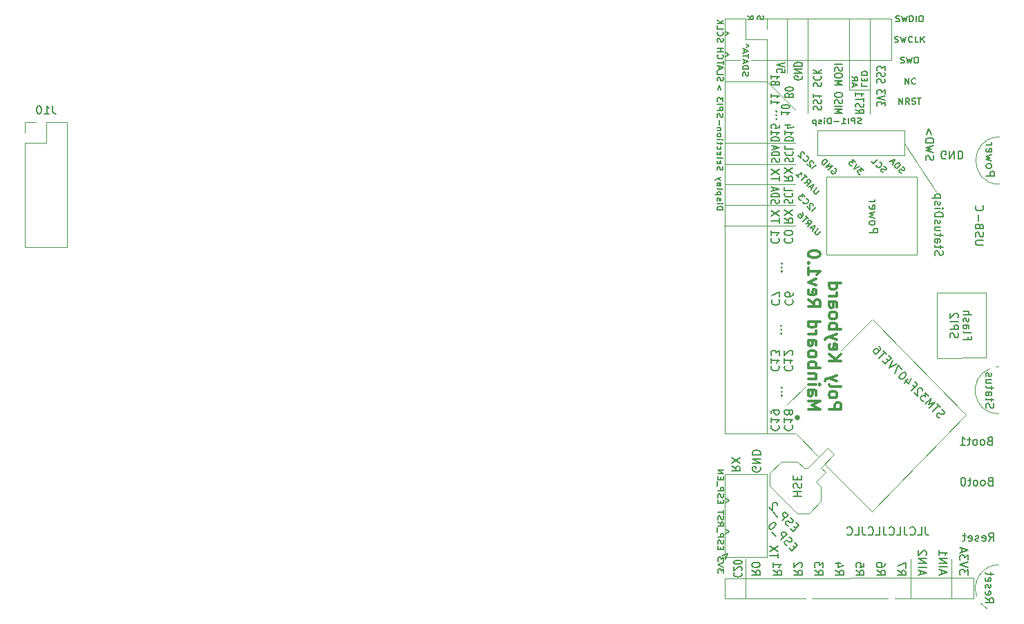
<source format=gbr>
%TF.GenerationSoftware,KiCad,Pcbnew,(5.1.9)-1*%
%TF.CreationDate,2021-03-10T22:07:46+01:00*%
%TF.ProjectId,poly_kb,706f6c79-5f6b-4622-9e6b-696361645f70,rev?*%
%TF.SameCoordinates,Original*%
%TF.FileFunction,Legend,Bot*%
%TF.FilePolarity,Positive*%
%FSLAX46Y46*%
G04 Gerber Fmt 4.6, Leading zero omitted, Abs format (unit mm)*
G04 Created by KiCad (PCBNEW (5.1.9)-1) date 2021-03-10 22:07:46*
%MOMM*%
%LPD*%
G01*
G04 APERTURE LIST*
%ADD10C,0.120000*%
%ADD11C,0.150000*%
%ADD12C,0.500000*%
%ADD13C,0.300000*%
G04 APERTURE END LIST*
D10*
X553593000Y-179171600D02*
X549681400Y-173278800D01*
D11*
X553442238Y-186997504D02*
X553394619Y-186854647D01*
X553394619Y-186616552D01*
X553442238Y-186521314D01*
X553489857Y-186473695D01*
X553585095Y-186426076D01*
X553680333Y-186426076D01*
X553775571Y-186473695D01*
X553823190Y-186521314D01*
X553870809Y-186616552D01*
X553918428Y-186807028D01*
X553966047Y-186902266D01*
X554013666Y-186949885D01*
X554108904Y-186997504D01*
X554204142Y-186997504D01*
X554299380Y-186949885D01*
X554347000Y-186902266D01*
X554394619Y-186807028D01*
X554394619Y-186568933D01*
X554347000Y-186426076D01*
X554061285Y-186140361D02*
X554061285Y-185759409D01*
X554394619Y-185997504D02*
X553537476Y-185997504D01*
X553442238Y-185949885D01*
X553394619Y-185854647D01*
X553394619Y-185759409D01*
X553394619Y-184997504D02*
X553918428Y-184997504D01*
X554013666Y-185045123D01*
X554061285Y-185140361D01*
X554061285Y-185330838D01*
X554013666Y-185426076D01*
X553442238Y-184997504D02*
X553394619Y-185092742D01*
X553394619Y-185330838D01*
X553442238Y-185426076D01*
X553537476Y-185473695D01*
X553632714Y-185473695D01*
X553727952Y-185426076D01*
X553775571Y-185330838D01*
X553775571Y-185092742D01*
X553823190Y-184997504D01*
X554061285Y-184664171D02*
X554061285Y-184283219D01*
X554394619Y-184521314D02*
X553537476Y-184521314D01*
X553442238Y-184473695D01*
X553394619Y-184378457D01*
X553394619Y-184283219D01*
X554061285Y-183521314D02*
X553394619Y-183521314D01*
X554061285Y-183949885D02*
X553537476Y-183949885D01*
X553442238Y-183902266D01*
X553394619Y-183807028D01*
X553394619Y-183664171D01*
X553442238Y-183568933D01*
X553489857Y-183521314D01*
X553442238Y-183092742D02*
X553394619Y-182997504D01*
X553394619Y-182807028D01*
X553442238Y-182711790D01*
X553537476Y-182664171D01*
X553585095Y-182664171D01*
X553680333Y-182711790D01*
X553727952Y-182807028D01*
X553727952Y-182949885D01*
X553775571Y-183045123D01*
X553870809Y-183092742D01*
X553918428Y-183092742D01*
X554013666Y-183045123D01*
X554061285Y-182949885D01*
X554061285Y-182807028D01*
X554013666Y-182711790D01*
X553394619Y-182235600D02*
X554394619Y-182235600D01*
X554394619Y-181997504D01*
X554347000Y-181854647D01*
X554251761Y-181759409D01*
X554156523Y-181711790D01*
X553966047Y-181664171D01*
X553823190Y-181664171D01*
X553632714Y-181711790D01*
X553537476Y-181759409D01*
X553442238Y-181854647D01*
X553394619Y-181997504D01*
X553394619Y-182235600D01*
X553394619Y-181235600D02*
X554061285Y-181235600D01*
X554394619Y-181235600D02*
X554347000Y-181283219D01*
X554299380Y-181235600D01*
X554347000Y-181187980D01*
X554394619Y-181235600D01*
X554299380Y-181235600D01*
X553442238Y-180807028D02*
X553394619Y-180711790D01*
X553394619Y-180521314D01*
X553442238Y-180426076D01*
X553537476Y-180378457D01*
X553585095Y-180378457D01*
X553680333Y-180426076D01*
X553727952Y-180521314D01*
X553727952Y-180664171D01*
X553775571Y-180759409D01*
X553870809Y-180807028D01*
X553918428Y-180807028D01*
X554013666Y-180759409D01*
X554061285Y-180664171D01*
X554061285Y-180521314D01*
X554013666Y-180426076D01*
X554061285Y-179949885D02*
X553061285Y-179949885D01*
X554013666Y-179949885D02*
X554061285Y-179854647D01*
X554061285Y-179664171D01*
X554013666Y-179568933D01*
X553966047Y-179521314D01*
X553870809Y-179473695D01*
X553585095Y-179473695D01*
X553489857Y-179521314D01*
X553442238Y-179568933D01*
X553394619Y-179664171D01*
X553394619Y-179854647D01*
X553442238Y-179949885D01*
X554736095Y-175125000D02*
X554640857Y-175172619D01*
X554498000Y-175172619D01*
X554355142Y-175125000D01*
X554259904Y-175029761D01*
X554212285Y-174934523D01*
X554164666Y-174744047D01*
X554164666Y-174601190D01*
X554212285Y-174410714D01*
X554259904Y-174315476D01*
X554355142Y-174220238D01*
X554498000Y-174172619D01*
X554593238Y-174172619D01*
X554736095Y-174220238D01*
X554783714Y-174267857D01*
X554783714Y-174601190D01*
X554593238Y-174601190D01*
X555212285Y-174172619D02*
X555212285Y-175172619D01*
X555783714Y-174172619D01*
X555783714Y-175172619D01*
X556259904Y-174172619D02*
X556259904Y-175172619D01*
X556498000Y-175172619D01*
X556640857Y-175125000D01*
X556736095Y-175029761D01*
X556783714Y-174934523D01*
X556831333Y-174744047D01*
X556831333Y-174601190D01*
X556783714Y-174410714D01*
X556736095Y-174315476D01*
X556640857Y-174220238D01*
X556498000Y-174172619D01*
X556259904Y-174172619D01*
X552324638Y-175302223D02*
X552277019Y-175159366D01*
X552277019Y-174921271D01*
X552324638Y-174826033D01*
X552372257Y-174778414D01*
X552467495Y-174730795D01*
X552562733Y-174730795D01*
X552657971Y-174778414D01*
X552705590Y-174826033D01*
X552753209Y-174921271D01*
X552800828Y-175111747D01*
X552848447Y-175206985D01*
X552896066Y-175254604D01*
X552991304Y-175302223D01*
X553086542Y-175302223D01*
X553181780Y-175254604D01*
X553229400Y-175206985D01*
X553277019Y-175111747D01*
X553277019Y-174873652D01*
X553229400Y-174730795D01*
X553277019Y-174397461D02*
X552277019Y-174159366D01*
X552991304Y-173968890D01*
X552277019Y-173778414D01*
X553277019Y-173540319D01*
X552277019Y-173159366D02*
X553277019Y-173159366D01*
X553277019Y-172921271D01*
X553229400Y-172778414D01*
X553134161Y-172683176D01*
X553038923Y-172635557D01*
X552848447Y-172587938D01*
X552705590Y-172587938D01*
X552515114Y-172635557D01*
X552419876Y-172683176D01*
X552324638Y-172778414D01*
X552277019Y-172921271D01*
X552277019Y-173159366D01*
X552943685Y-172159366D02*
X552657971Y-171397461D01*
X552372257Y-172159366D01*
X552243047Y-220305380D02*
X552243047Y-221019666D01*
X552290666Y-221162523D01*
X552385904Y-221257761D01*
X552528761Y-221305380D01*
X552624000Y-221305380D01*
X551290666Y-221305380D02*
X551766857Y-221305380D01*
X551766857Y-220305380D01*
X550385904Y-221210142D02*
X550433523Y-221257761D01*
X550576380Y-221305380D01*
X550671619Y-221305380D01*
X550814476Y-221257761D01*
X550909714Y-221162523D01*
X550957333Y-221067285D01*
X551004952Y-220876809D01*
X551004952Y-220733952D01*
X550957333Y-220543476D01*
X550909714Y-220448238D01*
X550814476Y-220353000D01*
X550671619Y-220305380D01*
X550576380Y-220305380D01*
X550433523Y-220353000D01*
X550385904Y-220400619D01*
X549671619Y-220305380D02*
X549671619Y-221019666D01*
X549719238Y-221162523D01*
X549814476Y-221257761D01*
X549957333Y-221305380D01*
X550052571Y-221305380D01*
X548719238Y-221305380D02*
X549195428Y-221305380D01*
X549195428Y-220305380D01*
X547814476Y-221210142D02*
X547862095Y-221257761D01*
X548004952Y-221305380D01*
X548100190Y-221305380D01*
X548243047Y-221257761D01*
X548338285Y-221162523D01*
X548385904Y-221067285D01*
X548433523Y-220876809D01*
X548433523Y-220733952D01*
X548385904Y-220543476D01*
X548338285Y-220448238D01*
X548243047Y-220353000D01*
X548100190Y-220305380D01*
X548004952Y-220305380D01*
X547862095Y-220353000D01*
X547814476Y-220400619D01*
X547100190Y-220305380D02*
X547100190Y-221019666D01*
X547147809Y-221162523D01*
X547243047Y-221257761D01*
X547385904Y-221305380D01*
X547481142Y-221305380D01*
X546147809Y-221305380D02*
X546624000Y-221305380D01*
X546624000Y-220305380D01*
X545243047Y-221210142D02*
X545290666Y-221257761D01*
X545433523Y-221305380D01*
X545528761Y-221305380D01*
X545671619Y-221257761D01*
X545766857Y-221162523D01*
X545814476Y-221067285D01*
X545862095Y-220876809D01*
X545862095Y-220733952D01*
X545814476Y-220543476D01*
X545766857Y-220448238D01*
X545671619Y-220353000D01*
X545528761Y-220305380D01*
X545433523Y-220305380D01*
X545290666Y-220353000D01*
X545243047Y-220400619D01*
X544528761Y-220305380D02*
X544528761Y-221019666D01*
X544576380Y-221162523D01*
X544671619Y-221257761D01*
X544814476Y-221305380D01*
X544909714Y-221305380D01*
X543576380Y-221305380D02*
X544052571Y-221305380D01*
X544052571Y-220305380D01*
X542671619Y-221210142D02*
X542719238Y-221257761D01*
X542862095Y-221305380D01*
X542957333Y-221305380D01*
X543100190Y-221257761D01*
X543195428Y-221162523D01*
X543243047Y-221067285D01*
X543290666Y-220876809D01*
X543290666Y-220733952D01*
X543243047Y-220543476D01*
X543195428Y-220448238D01*
X543100190Y-220353000D01*
X542957333Y-220305380D01*
X542862095Y-220305380D01*
X542719238Y-220353000D01*
X542671619Y-220400619D01*
D10*
X553643800Y-191566800D02*
X553643800Y-199593200D01*
X559638200Y-191566800D02*
X553643800Y-191566800D01*
X559638200Y-199542400D02*
X559638200Y-191566800D01*
X553643800Y-199593200D02*
X559638200Y-199542400D01*
D11*
X557435828Y-197008571D02*
X557435828Y-197341904D01*
X556912019Y-197341904D02*
X557912019Y-197341904D01*
X557912019Y-196865714D01*
X556912019Y-196341904D02*
X556959638Y-196437142D01*
X557054876Y-196484761D01*
X557912019Y-196484761D01*
X556912019Y-195532380D02*
X557435828Y-195532380D01*
X557531066Y-195580000D01*
X557578685Y-195675238D01*
X557578685Y-195865714D01*
X557531066Y-195960952D01*
X556959638Y-195532380D02*
X556912019Y-195627619D01*
X556912019Y-195865714D01*
X556959638Y-195960952D01*
X557054876Y-196008571D01*
X557150114Y-196008571D01*
X557245352Y-195960952D01*
X557292971Y-195865714D01*
X557292971Y-195627619D01*
X557340590Y-195532380D01*
X556959638Y-195103809D02*
X556912019Y-195008571D01*
X556912019Y-194818095D01*
X556959638Y-194722857D01*
X557054876Y-194675238D01*
X557102495Y-194675238D01*
X557197733Y-194722857D01*
X557245352Y-194818095D01*
X557245352Y-194960952D01*
X557292971Y-195056190D01*
X557388209Y-195103809D01*
X557435828Y-195103809D01*
X557531066Y-195056190D01*
X557578685Y-194960952D01*
X557578685Y-194818095D01*
X557531066Y-194722857D01*
X556912019Y-194246666D02*
X557912019Y-194246666D01*
X556912019Y-193818095D02*
X557435828Y-193818095D01*
X557531066Y-193865714D01*
X557578685Y-193960952D01*
X557578685Y-194103809D01*
X557531066Y-194199047D01*
X557483447Y-194246666D01*
X555309638Y-197080000D02*
X555262019Y-196937142D01*
X555262019Y-196699047D01*
X555309638Y-196603809D01*
X555357257Y-196556190D01*
X555452495Y-196508571D01*
X555547733Y-196508571D01*
X555642971Y-196556190D01*
X555690590Y-196603809D01*
X555738209Y-196699047D01*
X555785828Y-196889523D01*
X555833447Y-196984761D01*
X555881066Y-197032380D01*
X555976304Y-197080000D01*
X556071542Y-197080000D01*
X556166780Y-197032380D01*
X556214400Y-196984761D01*
X556262019Y-196889523D01*
X556262019Y-196651428D01*
X556214400Y-196508571D01*
X555262019Y-196080000D02*
X556262019Y-196080000D01*
X556262019Y-195699047D01*
X556214400Y-195603809D01*
X556166780Y-195556190D01*
X556071542Y-195508571D01*
X555928685Y-195508571D01*
X555833447Y-195556190D01*
X555785828Y-195603809D01*
X555738209Y-195699047D01*
X555738209Y-196080000D01*
X555262019Y-195080000D02*
X556262019Y-195080000D01*
X556166780Y-194651428D02*
X556214400Y-194603809D01*
X556262019Y-194508571D01*
X556262019Y-194270476D01*
X556214400Y-194175238D01*
X556166780Y-194127619D01*
X556071542Y-194080000D01*
X555976304Y-194080000D01*
X555833447Y-194127619D01*
X555262019Y-194699047D01*
X555262019Y-194080000D01*
X526733333Y-181412190D02*
X527433333Y-181412190D01*
X527433333Y-181221714D01*
X527400000Y-181107428D01*
X527333333Y-181031238D01*
X527266666Y-180993142D01*
X527133333Y-180955047D01*
X527033333Y-180955047D01*
X526900000Y-180993142D01*
X526833333Y-181031238D01*
X526766666Y-181107428D01*
X526733333Y-181221714D01*
X526733333Y-181412190D01*
X526733333Y-180612190D02*
X527200000Y-180612190D01*
X527433333Y-180612190D02*
X527400000Y-180650285D01*
X527366666Y-180612190D01*
X527400000Y-180574095D01*
X527433333Y-180612190D01*
X527366666Y-180612190D01*
X526766666Y-180269333D02*
X526733333Y-180193142D01*
X526733333Y-180040761D01*
X526766666Y-179964571D01*
X526833333Y-179926476D01*
X526866666Y-179926476D01*
X526933333Y-179964571D01*
X526966666Y-180040761D01*
X526966666Y-180155047D01*
X527000000Y-180231238D01*
X527066666Y-180269333D01*
X527100000Y-180269333D01*
X527166666Y-180231238D01*
X527200000Y-180155047D01*
X527200000Y-180040761D01*
X527166666Y-179964571D01*
X527200000Y-179583619D02*
X526500000Y-179583619D01*
X527166666Y-179583619D02*
X527200000Y-179507428D01*
X527200000Y-179355047D01*
X527166666Y-179278857D01*
X527133333Y-179240761D01*
X527066666Y-179202666D01*
X526866666Y-179202666D01*
X526800000Y-179240761D01*
X526766666Y-179278857D01*
X526733333Y-179355047D01*
X526733333Y-179507428D01*
X526766666Y-179583619D01*
X526733333Y-178745523D02*
X526766666Y-178821714D01*
X526833333Y-178859809D01*
X527433333Y-178859809D01*
X526733333Y-178097904D02*
X527100000Y-178097904D01*
X527166666Y-178136000D01*
X527200000Y-178212190D01*
X527200000Y-178364571D01*
X527166666Y-178440761D01*
X526766666Y-178097904D02*
X526733333Y-178174095D01*
X526733333Y-178364571D01*
X526766666Y-178440761D01*
X526833333Y-178478857D01*
X526900000Y-178478857D01*
X526966666Y-178440761D01*
X527000000Y-178364571D01*
X527000000Y-178174095D01*
X527033333Y-178097904D01*
X527200000Y-177793142D02*
X526733333Y-177602666D01*
X527200000Y-177412190D02*
X526733333Y-177602666D01*
X526566666Y-177678857D01*
X526533333Y-177716952D01*
X526500000Y-177793142D01*
X526766666Y-176536000D02*
X526733333Y-176421714D01*
X526733333Y-176231238D01*
X526766666Y-176155047D01*
X526800000Y-176116952D01*
X526866666Y-176078857D01*
X526933333Y-176078857D01*
X527000000Y-176116952D01*
X527033333Y-176155047D01*
X527066666Y-176231238D01*
X527100000Y-176383619D01*
X527133333Y-176459809D01*
X527166666Y-176497904D01*
X527233333Y-176536000D01*
X527300000Y-176536000D01*
X527366666Y-176497904D01*
X527400000Y-176459809D01*
X527433333Y-176383619D01*
X527433333Y-176193142D01*
X527400000Y-176078857D01*
X526766666Y-175431238D02*
X526733333Y-175507428D01*
X526733333Y-175659809D01*
X526766666Y-175736000D01*
X526833333Y-175774095D01*
X527100000Y-175774095D01*
X527166666Y-175736000D01*
X527200000Y-175659809D01*
X527200000Y-175507428D01*
X527166666Y-175431238D01*
X527100000Y-175393142D01*
X527033333Y-175393142D01*
X526966666Y-175774095D01*
X526733333Y-174936000D02*
X526766666Y-175012190D01*
X526833333Y-175050285D01*
X527433333Y-175050285D01*
X526766666Y-174326476D02*
X526733333Y-174402666D01*
X526733333Y-174555047D01*
X526766666Y-174631238D01*
X526833333Y-174669333D01*
X527100000Y-174669333D01*
X527166666Y-174631238D01*
X527200000Y-174555047D01*
X527200000Y-174402666D01*
X527166666Y-174326476D01*
X527100000Y-174288380D01*
X527033333Y-174288380D01*
X526966666Y-174669333D01*
X526766666Y-173602666D02*
X526733333Y-173678857D01*
X526733333Y-173831238D01*
X526766666Y-173907428D01*
X526800000Y-173945523D01*
X526866666Y-173983619D01*
X527066666Y-173983619D01*
X527133333Y-173945523D01*
X527166666Y-173907428D01*
X527200000Y-173831238D01*
X527200000Y-173678857D01*
X527166666Y-173602666D01*
X527200000Y-173374095D02*
X527200000Y-173069333D01*
X527433333Y-173259809D02*
X526833333Y-173259809D01*
X526766666Y-173221714D01*
X526733333Y-173145523D01*
X526733333Y-173069333D01*
X526733333Y-172802666D02*
X527200000Y-172802666D01*
X527433333Y-172802666D02*
X527400000Y-172840761D01*
X527366666Y-172802666D01*
X527400000Y-172764571D01*
X527433333Y-172802666D01*
X527366666Y-172802666D01*
X526733333Y-172307428D02*
X526766666Y-172383619D01*
X526800000Y-172421714D01*
X526866666Y-172459809D01*
X527066666Y-172459809D01*
X527133333Y-172421714D01*
X527166666Y-172383619D01*
X527200000Y-172307428D01*
X527200000Y-172193142D01*
X527166666Y-172116952D01*
X527133333Y-172078857D01*
X527066666Y-172040761D01*
X526866666Y-172040761D01*
X526800000Y-172078857D01*
X526766666Y-172116952D01*
X526733333Y-172193142D01*
X526733333Y-172307428D01*
X527200000Y-171697904D02*
X526733333Y-171697904D01*
X527133333Y-171697904D02*
X527166666Y-171659809D01*
X527200000Y-171583619D01*
X527200000Y-171469333D01*
X527166666Y-171393142D01*
X527100000Y-171355047D01*
X526733333Y-171355047D01*
X527000000Y-170974095D02*
X527000000Y-170364571D01*
X526766666Y-170021714D02*
X526733333Y-169907428D01*
X526733333Y-169716952D01*
X526766666Y-169640761D01*
X526800000Y-169602666D01*
X526866666Y-169564571D01*
X526933333Y-169564571D01*
X527000000Y-169602666D01*
X527033333Y-169640761D01*
X527066666Y-169716952D01*
X527100000Y-169869333D01*
X527133333Y-169945523D01*
X527166666Y-169983619D01*
X527233333Y-170021714D01*
X527300000Y-170021714D01*
X527366666Y-169983619D01*
X527400000Y-169945523D01*
X527433333Y-169869333D01*
X527433333Y-169678857D01*
X527400000Y-169564571D01*
X526733333Y-169221714D02*
X527433333Y-169221714D01*
X527433333Y-168916952D01*
X527400000Y-168840761D01*
X527366666Y-168802666D01*
X527300000Y-168764571D01*
X527200000Y-168764571D01*
X527133333Y-168802666D01*
X527100000Y-168840761D01*
X527066666Y-168916952D01*
X527066666Y-169221714D01*
X526733333Y-168421714D02*
X527433333Y-168421714D01*
X527433333Y-168116952D02*
X527433333Y-167621714D01*
X527166666Y-167888380D01*
X527166666Y-167774095D01*
X527133333Y-167697904D01*
X527100000Y-167659809D01*
X527033333Y-167621714D01*
X526866666Y-167621714D01*
X526800000Y-167659809D01*
X526766666Y-167697904D01*
X526733333Y-167774095D01*
X526733333Y-168002666D01*
X526766666Y-168078857D01*
X526800000Y-168116952D01*
X527200000Y-166669333D02*
X527000000Y-166059809D01*
X526800000Y-166669333D01*
D12*
X536673514Y-206908400D02*
X536578276Y-206813161D01*
X536483038Y-206908400D01*
X536578276Y-207003638D01*
X536673514Y-206908400D01*
X536483038Y-206908400D01*
D11*
X553994307Y-206916927D02*
X553859620Y-206849584D01*
X553691262Y-206681225D01*
X553657590Y-206580210D01*
X553657590Y-206512866D01*
X553691262Y-206411851D01*
X553758605Y-206344507D01*
X553859620Y-206310836D01*
X553926964Y-206310836D01*
X554027979Y-206344507D01*
X554196338Y-206445523D01*
X554297353Y-206479194D01*
X554364697Y-206479194D01*
X554465712Y-206445523D01*
X554533055Y-206378179D01*
X554566727Y-206277164D01*
X554566727Y-206209820D01*
X554533055Y-206108805D01*
X554364697Y-205940446D01*
X554230010Y-205873103D01*
X554061651Y-205637401D02*
X553657590Y-205233340D01*
X553152514Y-206142477D02*
X553859620Y-205435370D01*
X552714781Y-205704744D02*
X553421888Y-204997637D01*
X552681109Y-205267011D01*
X552950483Y-204526233D01*
X552243376Y-205233340D01*
X552681109Y-204256859D02*
X552243376Y-203819126D01*
X552209705Y-204324202D01*
X552108689Y-204223187D01*
X552007674Y-204189515D01*
X551940331Y-204189515D01*
X551839315Y-204223187D01*
X551670957Y-204391546D01*
X551637285Y-204492561D01*
X551637285Y-204559905D01*
X551670957Y-204660920D01*
X551872987Y-204862950D01*
X551974002Y-204896622D01*
X552041346Y-204896622D01*
X551906659Y-203617096D02*
X551906659Y-203549752D01*
X551872987Y-203448737D01*
X551704628Y-203280378D01*
X551603613Y-203246706D01*
X551536270Y-203246706D01*
X551435254Y-203280378D01*
X551367911Y-203347722D01*
X551300567Y-203482409D01*
X551300567Y-204290531D01*
X550862835Y-203852798D01*
X550694476Y-202943661D02*
X550930178Y-203179363D01*
X550559789Y-203549752D02*
X551266896Y-202842645D01*
X550930178Y-202505928D01*
X550122056Y-202169210D02*
X549650651Y-202640615D01*
X550559789Y-202068195D02*
X550223071Y-202741630D01*
X549785338Y-202303897D01*
X549852682Y-201428432D02*
X549785338Y-201361088D01*
X549684323Y-201327416D01*
X549616980Y-201327416D01*
X549515964Y-201361088D01*
X549347606Y-201462103D01*
X549179247Y-201630462D01*
X549078232Y-201798821D01*
X549044560Y-201899836D01*
X549044560Y-201967180D01*
X549078232Y-202068195D01*
X549145575Y-202135538D01*
X549246590Y-202169210D01*
X549313934Y-202169210D01*
X549414949Y-202135538D01*
X549583308Y-202034523D01*
X549751667Y-201866164D01*
X549852682Y-201697806D01*
X549886354Y-201596790D01*
X549886354Y-201529447D01*
X549852682Y-201428432D01*
X549381277Y-200957027D02*
X548909873Y-200485623D01*
X548505812Y-201495775D01*
X548741514Y-200317264D02*
X547798705Y-200788668D01*
X548270110Y-199845859D01*
X547697690Y-199946875D02*
X547461988Y-199711172D01*
X546990583Y-199980546D02*
X547327301Y-200317264D01*
X548034407Y-199610157D01*
X547697690Y-199273440D01*
X547495659Y-199071409D02*
X547091598Y-198667348D01*
X546586522Y-199576485D02*
X547293629Y-198869379D01*
X546552850Y-198128600D02*
X546687537Y-198263287D01*
X546721209Y-198364302D01*
X546721209Y-198431646D01*
X546687537Y-198600005D01*
X546586522Y-198768363D01*
X546317148Y-199037737D01*
X546216133Y-199071409D01*
X546148789Y-199071409D01*
X546047774Y-199037737D01*
X545913087Y-198903050D01*
X545879415Y-198802035D01*
X545879415Y-198734692D01*
X545913087Y-198633676D01*
X546081446Y-198465318D01*
X546182461Y-198431646D01*
X546249805Y-198431646D01*
X546350820Y-198465318D01*
X546485507Y-198600005D01*
X546519179Y-198701020D01*
X546519179Y-198768363D01*
X546485507Y-198869379D01*
D10*
X545769800Y-194868800D02*
X545973000Y-195072000D01*
X541909000Y-198678800D02*
X545719000Y-194868800D01*
X535305000Y-205282800D02*
X537540200Y-203047600D01*
X539064200Y-211632800D02*
X536473400Y-208889600D01*
X545719000Y-218389200D02*
X539978600Y-212648800D01*
X557250600Y-206552800D02*
X545719000Y-218389200D01*
X545973000Y-195072000D02*
X557250600Y-206552800D01*
X555472600Y-229057200D02*
X555472600Y-224282000D01*
X550443400Y-229057200D02*
X550443400Y-224282000D01*
X530225000Y-229057200D02*
X530225000Y-224282000D01*
D13*
X540422628Y-205899057D02*
X541922628Y-205899057D01*
X541922628Y-205327628D01*
X541851200Y-205184771D01*
X541779771Y-205113342D01*
X541636914Y-205041914D01*
X541422628Y-205041914D01*
X541279771Y-205113342D01*
X541208342Y-205184771D01*
X541136914Y-205327628D01*
X541136914Y-205899057D01*
X540422628Y-204184771D02*
X540494057Y-204327628D01*
X540565485Y-204399057D01*
X540708342Y-204470485D01*
X541136914Y-204470485D01*
X541279771Y-204399057D01*
X541351200Y-204327628D01*
X541422628Y-204184771D01*
X541422628Y-203970485D01*
X541351200Y-203827628D01*
X541279771Y-203756200D01*
X541136914Y-203684771D01*
X540708342Y-203684771D01*
X540565485Y-203756200D01*
X540494057Y-203827628D01*
X540422628Y-203970485D01*
X540422628Y-204184771D01*
X540422628Y-202827628D02*
X540494057Y-202970485D01*
X540636914Y-203041914D01*
X541922628Y-203041914D01*
X541422628Y-202399057D02*
X540422628Y-202041914D01*
X541422628Y-201684771D02*
X540422628Y-202041914D01*
X540065485Y-202184771D01*
X539994057Y-202256200D01*
X539922628Y-202399057D01*
X540422628Y-199970485D02*
X541922628Y-199970485D01*
X540422628Y-199113342D02*
X541279771Y-199756200D01*
X541922628Y-199113342D02*
X541065485Y-199970485D01*
X540494057Y-197899057D02*
X540422628Y-198041914D01*
X540422628Y-198327628D01*
X540494057Y-198470485D01*
X540636914Y-198541914D01*
X541208342Y-198541914D01*
X541351200Y-198470485D01*
X541422628Y-198327628D01*
X541422628Y-198041914D01*
X541351200Y-197899057D01*
X541208342Y-197827628D01*
X541065485Y-197827628D01*
X540922628Y-198541914D01*
X541422628Y-197327628D02*
X540422628Y-196970485D01*
X541422628Y-196613342D02*
X540422628Y-196970485D01*
X540065485Y-197113342D01*
X539994057Y-197184771D01*
X539922628Y-197327628D01*
X540422628Y-196041914D02*
X541922628Y-196041914D01*
X541351200Y-196041914D02*
X541422628Y-195899057D01*
X541422628Y-195613342D01*
X541351200Y-195470485D01*
X541279771Y-195399057D01*
X541136914Y-195327628D01*
X540708342Y-195327628D01*
X540565485Y-195399057D01*
X540494057Y-195470485D01*
X540422628Y-195613342D01*
X540422628Y-195899057D01*
X540494057Y-196041914D01*
X540422628Y-194470485D02*
X540494057Y-194613342D01*
X540565485Y-194684771D01*
X540708342Y-194756200D01*
X541136914Y-194756200D01*
X541279771Y-194684771D01*
X541351200Y-194613342D01*
X541422628Y-194470485D01*
X541422628Y-194256200D01*
X541351200Y-194113342D01*
X541279771Y-194041914D01*
X541136914Y-193970485D01*
X540708342Y-193970485D01*
X540565485Y-194041914D01*
X540494057Y-194113342D01*
X540422628Y-194256200D01*
X540422628Y-194470485D01*
X540422628Y-192684771D02*
X541208342Y-192684771D01*
X541351200Y-192756200D01*
X541422628Y-192899057D01*
X541422628Y-193184771D01*
X541351200Y-193327628D01*
X540494057Y-192684771D02*
X540422628Y-192827628D01*
X540422628Y-193184771D01*
X540494057Y-193327628D01*
X540636914Y-193399057D01*
X540779771Y-193399057D01*
X540922628Y-193327628D01*
X540994057Y-193184771D01*
X540994057Y-192827628D01*
X541065485Y-192684771D01*
X540422628Y-191970485D02*
X541422628Y-191970485D01*
X541136914Y-191970485D02*
X541279771Y-191899057D01*
X541351200Y-191827628D01*
X541422628Y-191684771D01*
X541422628Y-191541914D01*
X540422628Y-190399057D02*
X541922628Y-190399057D01*
X540494057Y-190399057D02*
X540422628Y-190541914D01*
X540422628Y-190827628D01*
X540494057Y-190970485D01*
X540565485Y-191041914D01*
X540708342Y-191113342D01*
X541136914Y-191113342D01*
X541279771Y-191041914D01*
X541351200Y-190970485D01*
X541422628Y-190827628D01*
X541422628Y-190541914D01*
X541351200Y-190399057D01*
X537872628Y-205899057D02*
X539372628Y-205899057D01*
X538301200Y-205399057D01*
X539372628Y-204899057D01*
X537872628Y-204899057D01*
X537872628Y-203541914D02*
X538658342Y-203541914D01*
X538801200Y-203613342D01*
X538872628Y-203756200D01*
X538872628Y-204041914D01*
X538801200Y-204184771D01*
X537944057Y-203541914D02*
X537872628Y-203684771D01*
X537872628Y-204041914D01*
X537944057Y-204184771D01*
X538086914Y-204256200D01*
X538229771Y-204256200D01*
X538372628Y-204184771D01*
X538444057Y-204041914D01*
X538444057Y-203684771D01*
X538515485Y-203541914D01*
X537872628Y-202827628D02*
X538872628Y-202827628D01*
X539372628Y-202827628D02*
X539301200Y-202899057D01*
X539229771Y-202827628D01*
X539301200Y-202756200D01*
X539372628Y-202827628D01*
X539229771Y-202827628D01*
X538872628Y-202113342D02*
X537872628Y-202113342D01*
X538729771Y-202113342D02*
X538801200Y-202041914D01*
X538872628Y-201899057D01*
X538872628Y-201684771D01*
X538801200Y-201541914D01*
X538658342Y-201470485D01*
X537872628Y-201470485D01*
X537872628Y-200756200D02*
X539372628Y-200756200D01*
X538801200Y-200756200D02*
X538872628Y-200613342D01*
X538872628Y-200327628D01*
X538801200Y-200184771D01*
X538729771Y-200113342D01*
X538586914Y-200041914D01*
X538158342Y-200041914D01*
X538015485Y-200113342D01*
X537944057Y-200184771D01*
X537872628Y-200327628D01*
X537872628Y-200613342D01*
X537944057Y-200756200D01*
X537872628Y-199184771D02*
X537944057Y-199327628D01*
X538015485Y-199399057D01*
X538158342Y-199470485D01*
X538586914Y-199470485D01*
X538729771Y-199399057D01*
X538801200Y-199327628D01*
X538872628Y-199184771D01*
X538872628Y-198970485D01*
X538801200Y-198827628D01*
X538729771Y-198756200D01*
X538586914Y-198684771D01*
X538158342Y-198684771D01*
X538015485Y-198756200D01*
X537944057Y-198827628D01*
X537872628Y-198970485D01*
X537872628Y-199184771D01*
X537872628Y-197399057D02*
X538658342Y-197399057D01*
X538801200Y-197470485D01*
X538872628Y-197613342D01*
X538872628Y-197899057D01*
X538801200Y-198041914D01*
X537944057Y-197399057D02*
X537872628Y-197541914D01*
X537872628Y-197899057D01*
X537944057Y-198041914D01*
X538086914Y-198113342D01*
X538229771Y-198113342D01*
X538372628Y-198041914D01*
X538444057Y-197899057D01*
X538444057Y-197541914D01*
X538515485Y-197399057D01*
X537872628Y-196684771D02*
X538872628Y-196684771D01*
X538586914Y-196684771D02*
X538729771Y-196613342D01*
X538801200Y-196541914D01*
X538872628Y-196399057D01*
X538872628Y-196256200D01*
X537872628Y-195113342D02*
X539372628Y-195113342D01*
X537944057Y-195113342D02*
X537872628Y-195256200D01*
X537872628Y-195541914D01*
X537944057Y-195684771D01*
X538015485Y-195756200D01*
X538158342Y-195827628D01*
X538586914Y-195827628D01*
X538729771Y-195756200D01*
X538801200Y-195684771D01*
X538872628Y-195541914D01*
X538872628Y-195256200D01*
X538801200Y-195113342D01*
X537872628Y-192399057D02*
X538586914Y-192899057D01*
X537872628Y-193256200D02*
X539372628Y-193256200D01*
X539372628Y-192684771D01*
X539301200Y-192541914D01*
X539229771Y-192470485D01*
X539086914Y-192399057D01*
X538872628Y-192399057D01*
X538729771Y-192470485D01*
X538658342Y-192541914D01*
X538586914Y-192684771D01*
X538586914Y-193256200D01*
X537944057Y-191184771D02*
X537872628Y-191327628D01*
X537872628Y-191613342D01*
X537944057Y-191756200D01*
X538086914Y-191827628D01*
X538658342Y-191827628D01*
X538801200Y-191756200D01*
X538872628Y-191613342D01*
X538872628Y-191327628D01*
X538801200Y-191184771D01*
X538658342Y-191113342D01*
X538515485Y-191113342D01*
X538372628Y-191827628D01*
X538872628Y-190613342D02*
X537872628Y-190256200D01*
X538872628Y-189899057D01*
X537872628Y-188541914D02*
X537872628Y-189399057D01*
X537872628Y-188970485D02*
X539372628Y-188970485D01*
X539158342Y-189113342D01*
X539015485Y-189256200D01*
X538944057Y-189399057D01*
X538015485Y-187899057D02*
X537944057Y-187827628D01*
X537872628Y-187899057D01*
X537944057Y-187970485D01*
X538015485Y-187899057D01*
X537872628Y-187899057D01*
X539372628Y-186899057D02*
X539372628Y-186756200D01*
X539301200Y-186613342D01*
X539229771Y-186541914D01*
X539086914Y-186470485D01*
X538801200Y-186399057D01*
X538444057Y-186399057D01*
X538158342Y-186470485D01*
X538015485Y-186541914D01*
X537944057Y-186613342D01*
X537872628Y-186756200D01*
X537872628Y-186899057D01*
X537944057Y-187041914D01*
X538015485Y-187113342D01*
X538158342Y-187184771D01*
X538444057Y-187256200D01*
X538801200Y-187256200D01*
X539086914Y-187184771D01*
X539229771Y-187113342D01*
X539301200Y-187041914D01*
X539372628Y-186899057D01*
D10*
X560909875Y-200675910D02*
G75*
G02*
X561213000Y-200660000I303125J-2879690D01*
G01*
X559792874Y-230323358D02*
G75*
G02*
X559028600Y-229666800I1470926J2485358D01*
G01*
X558532345Y-228799068D02*
G75*
G02*
X561263800Y-224942400I2731455J961068D01*
G01*
X561213000Y-206433320D02*
G75*
G02*
X560197000Y-200863200I0J2877720D01*
G01*
X561314600Y-178257200D02*
G75*
G02*
X561314600Y-172466000I0J2895600D01*
G01*
X558114200Y-229057200D02*
X558114200Y-226568000D01*
X548462200Y-229057200D02*
X558114200Y-229057200D01*
X538302200Y-229108000D02*
X547649400Y-229057200D01*
X527685000Y-229108000D02*
X537540200Y-229108000D01*
X527685000Y-226618800D02*
X527685000Y-229108000D01*
X558114200Y-226568000D02*
X527685000Y-226618800D01*
D11*
X560012695Y-222041980D02*
X560346028Y-221565790D01*
X560584123Y-222041980D02*
X560584123Y-221041980D01*
X560203171Y-221041980D01*
X560107933Y-221089600D01*
X560060314Y-221137219D01*
X560012695Y-221232457D01*
X560012695Y-221375314D01*
X560060314Y-221470552D01*
X560107933Y-221518171D01*
X560203171Y-221565790D01*
X560584123Y-221565790D01*
X559203171Y-221994361D02*
X559298409Y-222041980D01*
X559488885Y-222041980D01*
X559584123Y-221994361D01*
X559631742Y-221899123D01*
X559631742Y-221518171D01*
X559584123Y-221422933D01*
X559488885Y-221375314D01*
X559298409Y-221375314D01*
X559203171Y-221422933D01*
X559155552Y-221518171D01*
X559155552Y-221613409D01*
X559631742Y-221708647D01*
X558774600Y-221994361D02*
X558679361Y-222041980D01*
X558488885Y-222041980D01*
X558393647Y-221994361D01*
X558346028Y-221899123D01*
X558346028Y-221851504D01*
X558393647Y-221756266D01*
X558488885Y-221708647D01*
X558631742Y-221708647D01*
X558726980Y-221661028D01*
X558774600Y-221565790D01*
X558774600Y-221518171D01*
X558726980Y-221422933D01*
X558631742Y-221375314D01*
X558488885Y-221375314D01*
X558393647Y-221422933D01*
X557536504Y-221994361D02*
X557631742Y-222041980D01*
X557822219Y-222041980D01*
X557917457Y-221994361D01*
X557965076Y-221899123D01*
X557965076Y-221518171D01*
X557917457Y-221422933D01*
X557822219Y-221375314D01*
X557631742Y-221375314D01*
X557536504Y-221422933D01*
X557488885Y-221518171D01*
X557488885Y-221613409D01*
X557965076Y-221708647D01*
X557203171Y-221375314D02*
X556822219Y-221375314D01*
X557060314Y-221041980D02*
X557060314Y-221899123D01*
X557012695Y-221994361D01*
X556917457Y-222041980D01*
X556822219Y-222041980D01*
X560115838Y-209732571D02*
X559972980Y-209780190D01*
X559925361Y-209827809D01*
X559877742Y-209923047D01*
X559877742Y-210065904D01*
X559925361Y-210161142D01*
X559972980Y-210208761D01*
X560068219Y-210256380D01*
X560449171Y-210256380D01*
X560449171Y-209256380D01*
X560115838Y-209256380D01*
X560020600Y-209304000D01*
X559972980Y-209351619D01*
X559925361Y-209446857D01*
X559925361Y-209542095D01*
X559972980Y-209637333D01*
X560020600Y-209684952D01*
X560115838Y-209732571D01*
X560449171Y-209732571D01*
X559306314Y-210256380D02*
X559401552Y-210208761D01*
X559449171Y-210161142D01*
X559496790Y-210065904D01*
X559496790Y-209780190D01*
X559449171Y-209684952D01*
X559401552Y-209637333D01*
X559306314Y-209589714D01*
X559163457Y-209589714D01*
X559068219Y-209637333D01*
X559020600Y-209684952D01*
X558972980Y-209780190D01*
X558972980Y-210065904D01*
X559020600Y-210161142D01*
X559068219Y-210208761D01*
X559163457Y-210256380D01*
X559306314Y-210256380D01*
X558401552Y-210256380D02*
X558496790Y-210208761D01*
X558544409Y-210161142D01*
X558592028Y-210065904D01*
X558592028Y-209780190D01*
X558544409Y-209684952D01*
X558496790Y-209637333D01*
X558401552Y-209589714D01*
X558258695Y-209589714D01*
X558163457Y-209637333D01*
X558115838Y-209684952D01*
X558068219Y-209780190D01*
X558068219Y-210065904D01*
X558115838Y-210161142D01*
X558163457Y-210208761D01*
X558258695Y-210256380D01*
X558401552Y-210256380D01*
X557782504Y-209589714D02*
X557401552Y-209589714D01*
X557639647Y-209256380D02*
X557639647Y-210113523D01*
X557592028Y-210208761D01*
X557496790Y-210256380D01*
X557401552Y-210256380D01*
X556544409Y-210256380D02*
X557115838Y-210256380D01*
X556830123Y-210256380D02*
X556830123Y-209256380D01*
X556925361Y-209399238D01*
X557020600Y-209494476D01*
X557115838Y-209542095D01*
X560166638Y-214710971D02*
X560023780Y-214758590D01*
X559976161Y-214806209D01*
X559928542Y-214901447D01*
X559928542Y-215044304D01*
X559976161Y-215139542D01*
X560023780Y-215187161D01*
X560119019Y-215234780D01*
X560499971Y-215234780D01*
X560499971Y-214234780D01*
X560166638Y-214234780D01*
X560071400Y-214282400D01*
X560023780Y-214330019D01*
X559976161Y-214425257D01*
X559976161Y-214520495D01*
X560023780Y-214615733D01*
X560071400Y-214663352D01*
X560166638Y-214710971D01*
X560499971Y-214710971D01*
X559357114Y-215234780D02*
X559452352Y-215187161D01*
X559499971Y-215139542D01*
X559547590Y-215044304D01*
X559547590Y-214758590D01*
X559499971Y-214663352D01*
X559452352Y-214615733D01*
X559357114Y-214568114D01*
X559214257Y-214568114D01*
X559119019Y-214615733D01*
X559071400Y-214663352D01*
X559023780Y-214758590D01*
X559023780Y-215044304D01*
X559071400Y-215139542D01*
X559119019Y-215187161D01*
X559214257Y-215234780D01*
X559357114Y-215234780D01*
X558452352Y-215234780D02*
X558547590Y-215187161D01*
X558595209Y-215139542D01*
X558642828Y-215044304D01*
X558642828Y-214758590D01*
X558595209Y-214663352D01*
X558547590Y-214615733D01*
X558452352Y-214568114D01*
X558309495Y-214568114D01*
X558214257Y-214615733D01*
X558166638Y-214663352D01*
X558119019Y-214758590D01*
X558119019Y-215044304D01*
X558166638Y-215139542D01*
X558214257Y-215187161D01*
X558309495Y-215234780D01*
X558452352Y-215234780D01*
X557833304Y-214568114D02*
X557452352Y-214568114D01*
X557690447Y-214234780D02*
X557690447Y-215091923D01*
X557642828Y-215187161D01*
X557547590Y-215234780D01*
X557452352Y-215234780D01*
X556928542Y-214234780D02*
X556833304Y-214234780D01*
X556738066Y-214282400D01*
X556690447Y-214330019D01*
X556642828Y-214425257D01*
X556595209Y-214615733D01*
X556595209Y-214853828D01*
X556642828Y-215044304D01*
X556690447Y-215139542D01*
X556738066Y-215187161D01*
X556833304Y-215234780D01*
X556928542Y-215234780D01*
X557023780Y-215187161D01*
X557071400Y-215139542D01*
X557119019Y-215044304D01*
X557166638Y-214853828D01*
X557166638Y-214615733D01*
X557119019Y-214425257D01*
X557071400Y-214330019D01*
X557023780Y-214282400D01*
X556928542Y-214234780D01*
X559592219Y-229025295D02*
X560068409Y-229358628D01*
X559592219Y-229596723D02*
X560592219Y-229596723D01*
X560592219Y-229215771D01*
X560544600Y-229120533D01*
X560496980Y-229072914D01*
X560401742Y-229025295D01*
X560258885Y-229025295D01*
X560163647Y-229072914D01*
X560116028Y-229120533D01*
X560068409Y-229215771D01*
X560068409Y-229596723D01*
X559639838Y-228215771D02*
X559592219Y-228311009D01*
X559592219Y-228501485D01*
X559639838Y-228596723D01*
X559735076Y-228644342D01*
X560116028Y-228644342D01*
X560211266Y-228596723D01*
X560258885Y-228501485D01*
X560258885Y-228311009D01*
X560211266Y-228215771D01*
X560116028Y-228168152D01*
X560020790Y-228168152D01*
X559925552Y-228644342D01*
X559639838Y-227787200D02*
X559592219Y-227691961D01*
X559592219Y-227501485D01*
X559639838Y-227406247D01*
X559735076Y-227358628D01*
X559782695Y-227358628D01*
X559877933Y-227406247D01*
X559925552Y-227501485D01*
X559925552Y-227644342D01*
X559973171Y-227739580D01*
X560068409Y-227787200D01*
X560116028Y-227787200D01*
X560211266Y-227739580D01*
X560258885Y-227644342D01*
X560258885Y-227501485D01*
X560211266Y-227406247D01*
X559639838Y-226549104D02*
X559592219Y-226644342D01*
X559592219Y-226834819D01*
X559639838Y-226930057D01*
X559735076Y-226977676D01*
X560116028Y-226977676D01*
X560211266Y-226930057D01*
X560258885Y-226834819D01*
X560258885Y-226644342D01*
X560211266Y-226549104D01*
X560116028Y-226501485D01*
X560020790Y-226501485D01*
X559925552Y-226977676D01*
X560258885Y-226215771D02*
X560258885Y-225834819D01*
X560592219Y-226072914D02*
X559735076Y-226072914D01*
X559639838Y-226025295D01*
X559592219Y-225930057D01*
X559592219Y-225834819D01*
X559690638Y-205722266D02*
X559643019Y-205579409D01*
X559643019Y-205341314D01*
X559690638Y-205246076D01*
X559738257Y-205198457D01*
X559833495Y-205150838D01*
X559928733Y-205150838D01*
X560023971Y-205198457D01*
X560071590Y-205246076D01*
X560119209Y-205341314D01*
X560166828Y-205531790D01*
X560214447Y-205627028D01*
X560262066Y-205674647D01*
X560357304Y-205722266D01*
X560452542Y-205722266D01*
X560547780Y-205674647D01*
X560595400Y-205627028D01*
X560643019Y-205531790D01*
X560643019Y-205293695D01*
X560595400Y-205150838D01*
X560309685Y-204865123D02*
X560309685Y-204484171D01*
X560643019Y-204722266D02*
X559785876Y-204722266D01*
X559690638Y-204674647D01*
X559643019Y-204579409D01*
X559643019Y-204484171D01*
X559643019Y-203722266D02*
X560166828Y-203722266D01*
X560262066Y-203769885D01*
X560309685Y-203865123D01*
X560309685Y-204055600D01*
X560262066Y-204150838D01*
X559690638Y-203722266D02*
X559643019Y-203817504D01*
X559643019Y-204055600D01*
X559690638Y-204150838D01*
X559785876Y-204198457D01*
X559881114Y-204198457D01*
X559976352Y-204150838D01*
X560023971Y-204055600D01*
X560023971Y-203817504D01*
X560071590Y-203722266D01*
X560309685Y-203388933D02*
X560309685Y-203007980D01*
X560643019Y-203246076D02*
X559785876Y-203246076D01*
X559690638Y-203198457D01*
X559643019Y-203103219D01*
X559643019Y-203007980D01*
X560309685Y-202246076D02*
X559643019Y-202246076D01*
X560309685Y-202674647D02*
X559785876Y-202674647D01*
X559690638Y-202627028D01*
X559643019Y-202531790D01*
X559643019Y-202388933D01*
X559690638Y-202293695D01*
X559738257Y-202246076D01*
X559690638Y-201817504D02*
X559643019Y-201722266D01*
X559643019Y-201531790D01*
X559690638Y-201436552D01*
X559785876Y-201388933D01*
X559833495Y-201388933D01*
X559928733Y-201436552D01*
X559976352Y-201531790D01*
X559976352Y-201674647D01*
X560023971Y-201769885D01*
X560119209Y-201817504D01*
X560166828Y-201817504D01*
X560262066Y-201769885D01*
X560309685Y-201674647D01*
X560309685Y-201531790D01*
X560262066Y-201436552D01*
X559693819Y-177236190D02*
X560693819Y-177236190D01*
X560693819Y-176855238D01*
X560646200Y-176760000D01*
X560598580Y-176712380D01*
X560503342Y-176664761D01*
X560360485Y-176664761D01*
X560265247Y-176712380D01*
X560217628Y-176760000D01*
X560170009Y-176855238D01*
X560170009Y-177236190D01*
X559693819Y-176093333D02*
X559741438Y-176188571D01*
X559789057Y-176236190D01*
X559884295Y-176283809D01*
X560170009Y-176283809D01*
X560265247Y-176236190D01*
X560312866Y-176188571D01*
X560360485Y-176093333D01*
X560360485Y-175950476D01*
X560312866Y-175855238D01*
X560265247Y-175807619D01*
X560170009Y-175760000D01*
X559884295Y-175760000D01*
X559789057Y-175807619D01*
X559741438Y-175855238D01*
X559693819Y-175950476D01*
X559693819Y-176093333D01*
X560360485Y-175426666D02*
X559693819Y-175236190D01*
X560170009Y-175045714D01*
X559693819Y-174855238D01*
X560360485Y-174664761D01*
X559741438Y-173902857D02*
X559693819Y-173998095D01*
X559693819Y-174188571D01*
X559741438Y-174283809D01*
X559836676Y-174331428D01*
X560217628Y-174331428D01*
X560312866Y-174283809D01*
X560360485Y-174188571D01*
X560360485Y-173998095D01*
X560312866Y-173902857D01*
X560217628Y-173855238D01*
X560122390Y-173855238D01*
X560027152Y-174331428D01*
X559693819Y-173426666D02*
X560360485Y-173426666D01*
X560170009Y-173426666D02*
X560265247Y-173379047D01*
X560312866Y-173331428D01*
X560360485Y-173236190D01*
X560360485Y-173140952D01*
X559373019Y-185718152D02*
X558563495Y-185718152D01*
X558468257Y-185670533D01*
X558420638Y-185622914D01*
X558373019Y-185527676D01*
X558373019Y-185337200D01*
X558420638Y-185241961D01*
X558468257Y-185194342D01*
X558563495Y-185146723D01*
X559373019Y-185146723D01*
X558420638Y-184718152D02*
X558373019Y-184575295D01*
X558373019Y-184337200D01*
X558420638Y-184241961D01*
X558468257Y-184194342D01*
X558563495Y-184146723D01*
X558658733Y-184146723D01*
X558753971Y-184194342D01*
X558801590Y-184241961D01*
X558849209Y-184337200D01*
X558896828Y-184527676D01*
X558944447Y-184622914D01*
X558992066Y-184670533D01*
X559087304Y-184718152D01*
X559182542Y-184718152D01*
X559277780Y-184670533D01*
X559325400Y-184622914D01*
X559373019Y-184527676D01*
X559373019Y-184289580D01*
X559325400Y-184146723D01*
X558896828Y-183384819D02*
X558849209Y-183241961D01*
X558801590Y-183194342D01*
X558706352Y-183146723D01*
X558563495Y-183146723D01*
X558468257Y-183194342D01*
X558420638Y-183241961D01*
X558373019Y-183337200D01*
X558373019Y-183718152D01*
X559373019Y-183718152D01*
X559373019Y-183384819D01*
X559325400Y-183289580D01*
X559277780Y-183241961D01*
X559182542Y-183194342D01*
X559087304Y-183194342D01*
X558992066Y-183241961D01*
X558944447Y-183289580D01*
X558896828Y-183384819D01*
X558896828Y-183718152D01*
X558753971Y-182718152D02*
X558753971Y-181956247D01*
X558468257Y-180908628D02*
X558420638Y-180956247D01*
X558373019Y-181099104D01*
X558373019Y-181194342D01*
X558420638Y-181337200D01*
X558515876Y-181432438D01*
X558611114Y-181480057D01*
X558801590Y-181527676D01*
X558944447Y-181527676D01*
X559134923Y-181480057D01*
X559230161Y-181432438D01*
X559325400Y-181337200D01*
X559373019Y-181194342D01*
X559373019Y-181099104D01*
X559325400Y-180956247D01*
X559277780Y-180908628D01*
X536244592Y-222859977D02*
X536008890Y-222624275D01*
X535537486Y-222893649D02*
X535874203Y-223230366D01*
X536581310Y-222523260D01*
X536244592Y-222186542D01*
X535301783Y-222590603D02*
X535167096Y-222523260D01*
X534998738Y-222354901D01*
X534965066Y-222253886D01*
X534965066Y-222186542D01*
X534998738Y-222085527D01*
X535066081Y-222018183D01*
X535167096Y-221984512D01*
X535234440Y-221984512D01*
X535335455Y-222018183D01*
X535503814Y-222119199D01*
X535604829Y-222152870D01*
X535672173Y-222152870D01*
X535773188Y-222119199D01*
X535840531Y-222051855D01*
X535874203Y-221950840D01*
X535874203Y-221883496D01*
X535840531Y-221782481D01*
X535672173Y-221614122D01*
X535537486Y-221546779D01*
X534561005Y-221917168D02*
X535268112Y-221210061D01*
X534998738Y-220940687D01*
X534897722Y-220907016D01*
X534830379Y-220907016D01*
X534729364Y-220940687D01*
X534628348Y-221041703D01*
X534594677Y-221142718D01*
X534594677Y-221210061D01*
X534628348Y-221311077D01*
X534897722Y-221580451D01*
X533954913Y-221445764D02*
X533416165Y-220907016D01*
X533887570Y-219829520D02*
X533820226Y-219762176D01*
X533719211Y-219728504D01*
X533651868Y-219728504D01*
X533550852Y-219762176D01*
X533382494Y-219863191D01*
X533214135Y-220031550D01*
X533113120Y-220199909D01*
X533079448Y-220300924D01*
X533079448Y-220368268D01*
X533113120Y-220469283D01*
X533180463Y-220536626D01*
X533281478Y-220570298D01*
X533348822Y-220570298D01*
X533449837Y-220536626D01*
X533618196Y-220435611D01*
X533786555Y-220267252D01*
X533887570Y-220098894D01*
X533921242Y-219997878D01*
X533921242Y-219930535D01*
X533887570Y-219829520D01*
X536396992Y-220472377D02*
X536161290Y-220236675D01*
X535689886Y-220506049D02*
X536026603Y-220842766D01*
X536733710Y-220135660D01*
X536396992Y-219798942D01*
X535454183Y-220203003D02*
X535319496Y-220135660D01*
X535151138Y-219967301D01*
X535117466Y-219866286D01*
X535117466Y-219798942D01*
X535151138Y-219697927D01*
X535218481Y-219630583D01*
X535319496Y-219596912D01*
X535386840Y-219596912D01*
X535487855Y-219630583D01*
X535656214Y-219731599D01*
X535757229Y-219765270D01*
X535824573Y-219765270D01*
X535925588Y-219731599D01*
X535992931Y-219664255D01*
X536026603Y-219563240D01*
X536026603Y-219495896D01*
X535992931Y-219394881D01*
X535824573Y-219226522D01*
X535689886Y-219159179D01*
X534713405Y-219529568D02*
X535420512Y-218822461D01*
X535151138Y-218553087D01*
X535050122Y-218519416D01*
X534982779Y-218519416D01*
X534881764Y-218553087D01*
X534780748Y-218654103D01*
X534747077Y-218755118D01*
X534747077Y-218822461D01*
X534780748Y-218923477D01*
X535050122Y-219192851D01*
X534107313Y-219058164D02*
X533568565Y-218519416D01*
X534140985Y-217677622D02*
X534140985Y-217610278D01*
X534107313Y-217509263D01*
X533938955Y-217340904D01*
X533837939Y-217307233D01*
X533770596Y-217307233D01*
X533669581Y-217340904D01*
X533602237Y-217408248D01*
X533534894Y-217542935D01*
X533534894Y-218351057D01*
X533097161Y-217913324D01*
X527314610Y-223833656D02*
X528004881Y-223581118D01*
X527752343Y-224271389D01*
X527810428Y-220614904D02*
X528210428Y-220853000D01*
X527810428Y-221091095D01*
X527810428Y-216804904D02*
X528210428Y-217043000D01*
X527810428Y-217281095D01*
X527509533Y-225944904D02*
X527509533Y-225449666D01*
X527242866Y-225716333D01*
X527242866Y-225602047D01*
X527209533Y-225525857D01*
X527176200Y-225487761D01*
X527109533Y-225449666D01*
X526942866Y-225449666D01*
X526876200Y-225487761D01*
X526842866Y-225525857D01*
X526809533Y-225602047D01*
X526809533Y-225830619D01*
X526842866Y-225906809D01*
X526876200Y-225944904D01*
X527509533Y-225221095D02*
X526809533Y-224954428D01*
X527509533Y-224687761D01*
X527509533Y-224497285D02*
X527509533Y-224002047D01*
X527242866Y-224268714D01*
X527242866Y-224154428D01*
X527209533Y-224078238D01*
X527176200Y-224040142D01*
X527109533Y-224002047D01*
X526942866Y-224002047D01*
X526876200Y-224040142D01*
X526842866Y-224078238D01*
X526809533Y-224154428D01*
X526809533Y-224383000D01*
X526842866Y-224459190D01*
X526876200Y-224497285D01*
X527176200Y-223049666D02*
X527176200Y-222783000D01*
X526809533Y-222668714D02*
X526809533Y-223049666D01*
X527509533Y-223049666D01*
X527509533Y-222668714D01*
X526842866Y-222363952D02*
X526809533Y-222249666D01*
X526809533Y-222059190D01*
X526842866Y-221983000D01*
X526876200Y-221944904D01*
X526942866Y-221906809D01*
X527009533Y-221906809D01*
X527076200Y-221944904D01*
X527109533Y-221983000D01*
X527142866Y-222059190D01*
X527176200Y-222211571D01*
X527209533Y-222287761D01*
X527242866Y-222325857D01*
X527309533Y-222363952D01*
X527376200Y-222363952D01*
X527442866Y-222325857D01*
X527476200Y-222287761D01*
X527509533Y-222211571D01*
X527509533Y-222021095D01*
X527476200Y-221906809D01*
X526809533Y-221563952D02*
X527509533Y-221563952D01*
X527509533Y-221259190D01*
X527476200Y-221183000D01*
X527442866Y-221144904D01*
X527376200Y-221106809D01*
X527276200Y-221106809D01*
X527209533Y-221144904D01*
X527176200Y-221183000D01*
X527142866Y-221259190D01*
X527142866Y-221563952D01*
X526742866Y-220954428D02*
X526742866Y-220344904D01*
X526809533Y-219697285D02*
X527142866Y-219963952D01*
X526809533Y-220154428D02*
X527509533Y-220154428D01*
X527509533Y-219849666D01*
X527476200Y-219773476D01*
X527442866Y-219735380D01*
X527376200Y-219697285D01*
X527276200Y-219697285D01*
X527209533Y-219735380D01*
X527176200Y-219773476D01*
X527142866Y-219849666D01*
X527142866Y-220154428D01*
X526842866Y-219392523D02*
X526809533Y-219278238D01*
X526809533Y-219087761D01*
X526842866Y-219011571D01*
X526876200Y-218973476D01*
X526942866Y-218935380D01*
X527009533Y-218935380D01*
X527076200Y-218973476D01*
X527109533Y-219011571D01*
X527142866Y-219087761D01*
X527176200Y-219240142D01*
X527209533Y-219316333D01*
X527242866Y-219354428D01*
X527309533Y-219392523D01*
X527376200Y-219392523D01*
X527442866Y-219354428D01*
X527476200Y-219316333D01*
X527509533Y-219240142D01*
X527509533Y-219049666D01*
X527476200Y-218935380D01*
X527509533Y-218706809D02*
X527509533Y-218249666D01*
X526809533Y-218478238D02*
X527509533Y-218478238D01*
X527176200Y-217373476D02*
X527176200Y-217106809D01*
X526809533Y-216992523D02*
X526809533Y-217373476D01*
X527509533Y-217373476D01*
X527509533Y-216992523D01*
X526842866Y-216687761D02*
X526809533Y-216573476D01*
X526809533Y-216383000D01*
X526842866Y-216306809D01*
X526876200Y-216268714D01*
X526942866Y-216230619D01*
X527009533Y-216230619D01*
X527076200Y-216268714D01*
X527109533Y-216306809D01*
X527142866Y-216383000D01*
X527176200Y-216535380D01*
X527209533Y-216611571D01*
X527242866Y-216649666D01*
X527309533Y-216687761D01*
X527376200Y-216687761D01*
X527442866Y-216649666D01*
X527476200Y-216611571D01*
X527509533Y-216535380D01*
X527509533Y-216344904D01*
X527476200Y-216230619D01*
X526809533Y-215887761D02*
X527509533Y-215887761D01*
X527509533Y-215583000D01*
X527476200Y-215506809D01*
X527442866Y-215468714D01*
X527376200Y-215430619D01*
X527276200Y-215430619D01*
X527209533Y-215468714D01*
X527176200Y-215506809D01*
X527142866Y-215583000D01*
X527142866Y-215887761D01*
X526742866Y-215278238D02*
X526742866Y-214668714D01*
X527176200Y-214478238D02*
X527176200Y-214211571D01*
X526809533Y-214097285D02*
X526809533Y-214478238D01*
X527509533Y-214478238D01*
X527509533Y-214097285D01*
X526809533Y-213754428D02*
X527509533Y-213754428D01*
X526809533Y-213297285D01*
X527509533Y-213297285D01*
X534176219Y-224104104D02*
X534176219Y-223532676D01*
X533176219Y-223818390D02*
X534176219Y-223818390D01*
X534176219Y-223294580D02*
X533176219Y-222627914D01*
X534176219Y-222627914D02*
X533176219Y-223294580D01*
X528502619Y-212840866D02*
X528978809Y-213174200D01*
X528502619Y-213412295D02*
X529502619Y-213412295D01*
X529502619Y-213031342D01*
X529455000Y-212936104D01*
X529407380Y-212888485D01*
X529312142Y-212840866D01*
X529169285Y-212840866D01*
X529074047Y-212888485D01*
X529026428Y-212936104D01*
X528978809Y-213031342D01*
X528978809Y-213412295D01*
X529502619Y-212507533D02*
X528502619Y-211840866D01*
X529502619Y-211840866D02*
X528502619Y-212507533D01*
X531995000Y-212978904D02*
X532042619Y-213074142D01*
X532042619Y-213217000D01*
X531995000Y-213359857D01*
X531899761Y-213455095D01*
X531804523Y-213502714D01*
X531614047Y-213550333D01*
X531471190Y-213550333D01*
X531280714Y-213502714D01*
X531185476Y-213455095D01*
X531090238Y-213359857D01*
X531042619Y-213217000D01*
X531042619Y-213121761D01*
X531090238Y-212978904D01*
X531137857Y-212931285D01*
X531471190Y-212931285D01*
X531471190Y-213121761D01*
X531042619Y-212502714D02*
X532042619Y-212502714D01*
X531042619Y-211931285D01*
X532042619Y-211931285D01*
X531042619Y-211455095D02*
X532042619Y-211455095D01*
X532042619Y-211217000D01*
X531995000Y-211074142D01*
X531899761Y-210978904D01*
X531804523Y-210931285D01*
X531614047Y-210883666D01*
X531471190Y-210883666D01*
X531280714Y-210931285D01*
X531185476Y-210978904D01*
X531090238Y-211074142D01*
X531042619Y-211217000D01*
X531042619Y-211455095D01*
X549304356Y-176909250D02*
X549199974Y-176852008D01*
X549065287Y-176717321D01*
X549034982Y-176639876D01*
X549031615Y-176589369D01*
X549051818Y-176515291D01*
X549098959Y-176468150D01*
X549173036Y-176447947D01*
X549223544Y-176451314D01*
X549300989Y-176481619D01*
X549432309Y-176565798D01*
X549509754Y-176596103D01*
X549560262Y-176599470D01*
X549634339Y-176579267D01*
X549681480Y-176532127D01*
X549701683Y-176458049D01*
X549698316Y-176407541D01*
X549668011Y-176330096D01*
X549533324Y-176195409D01*
X549428942Y-176138167D01*
X548715101Y-176367135D02*
X549210075Y-175872160D01*
X549075388Y-175737473D01*
X548971006Y-175680231D01*
X548869991Y-175673497D01*
X548795913Y-175693700D01*
X548674695Y-175761043D01*
X548603984Y-175831754D01*
X548536640Y-175952972D01*
X548516437Y-176027050D01*
X548523172Y-176128066D01*
X548580414Y-176232448D01*
X548715101Y-176367135D01*
X548317774Y-175686966D02*
X548048400Y-175417592D01*
X548230227Y-175882262D02*
X548536640Y-175198725D01*
X547853104Y-175505138D01*
X547055688Y-176844981D02*
X546951305Y-176787739D01*
X546816618Y-176653052D01*
X546786314Y-176575607D01*
X546782946Y-176525100D01*
X546803149Y-176451022D01*
X546850290Y-176403882D01*
X546924368Y-176383678D01*
X546974875Y-176387046D01*
X547052320Y-176417350D01*
X547183640Y-176501530D01*
X547261085Y-176531834D01*
X547311593Y-176535201D01*
X547385671Y-176514998D01*
X547432811Y-176467858D01*
X547453014Y-176393780D01*
X547449647Y-176343272D01*
X547419343Y-176265827D01*
X547284656Y-176131140D01*
X547180273Y-176073898D01*
X546190324Y-175932477D02*
X546193691Y-175982985D01*
X546250933Y-176087367D01*
X546304808Y-176141242D01*
X546409190Y-176198484D01*
X546510205Y-176205218D01*
X546584283Y-176185015D01*
X546705501Y-176117672D01*
X546776212Y-176046961D01*
X546843556Y-175925743D01*
X546863759Y-175851665D01*
X546857024Y-175750650D01*
X546799782Y-175646267D01*
X546745907Y-175592392D01*
X546641525Y-175535150D01*
X546591017Y-175531783D01*
X545631373Y-175467807D02*
X545900747Y-175737181D01*
X546395721Y-175242206D01*
X544709230Y-176603714D02*
X544359043Y-176253528D01*
X544359043Y-176630652D01*
X544278231Y-176549840D01*
X544200786Y-176519535D01*
X544150278Y-176516168D01*
X544076201Y-176536371D01*
X543958349Y-176654222D01*
X543938146Y-176728300D01*
X543941514Y-176778807D01*
X543971818Y-176856252D01*
X544133443Y-177017877D01*
X544210888Y-177048181D01*
X544261395Y-177051549D01*
X544197419Y-176091904D02*
X543513882Y-176398317D01*
X543820295Y-175714780D01*
X543685608Y-175580093D02*
X543335422Y-175229907D01*
X543335422Y-175607030D01*
X543254610Y-175526218D01*
X543177165Y-175495914D01*
X543126657Y-175492547D01*
X543052579Y-175512750D01*
X542934728Y-175630601D01*
X542914525Y-175704679D01*
X542917892Y-175755186D01*
X542948197Y-175832631D01*
X543109821Y-175994256D01*
X543187266Y-176024560D01*
X543237774Y-176027927D01*
X544427533Y-165853471D02*
X544427533Y-166234423D01*
X545127533Y-166234423D01*
X544794200Y-165586804D02*
X544794200Y-165320138D01*
X544427533Y-165205852D02*
X544427533Y-165586804D01*
X545127533Y-165586804D01*
X545127533Y-165205852D01*
X544427533Y-164862995D02*
X545127533Y-164862995D01*
X545127533Y-164672519D01*
X545094200Y-164558233D01*
X545027533Y-164482042D01*
X544960866Y-164443947D01*
X544827533Y-164405852D01*
X544727533Y-164405852D01*
X544594200Y-164443947D01*
X544527533Y-164482042D01*
X544460866Y-164558233D01*
X544427533Y-164672519D01*
X544427533Y-164862995D01*
X543427533Y-166272519D02*
X543427533Y-165891566D01*
X543227533Y-166348709D02*
X543927533Y-166082042D01*
X543227533Y-165815376D01*
X543227533Y-165091566D02*
X543560866Y-165358233D01*
X543227533Y-165548709D02*
X543927533Y-165548709D01*
X543927533Y-165243947D01*
X543894200Y-165167757D01*
X543860866Y-165129661D01*
X543794200Y-165091566D01*
X543694200Y-165091566D01*
X543627533Y-165129661D01*
X543594200Y-165167757D01*
X543560866Y-165243947D01*
X543560866Y-165548709D01*
X549764028Y-165975466D02*
X549764028Y-165275466D01*
X550221171Y-165975466D01*
X550221171Y-165275466D01*
X551059266Y-165908800D02*
X551021171Y-165942133D01*
X550906885Y-165975466D01*
X550830695Y-165975466D01*
X550716409Y-165942133D01*
X550640219Y-165875466D01*
X550602123Y-165808800D01*
X550564028Y-165675466D01*
X550564028Y-165575466D01*
X550602123Y-165442133D01*
X550640219Y-165375466D01*
X550716409Y-165308800D01*
X550830695Y-165275466D01*
X550906885Y-165275466D01*
X551021171Y-165308800D01*
X551059266Y-165342133D01*
X548976714Y-168413866D02*
X548976714Y-167713866D01*
X549433857Y-168413866D01*
X549433857Y-167713866D01*
X550271952Y-168413866D02*
X550005285Y-168080533D01*
X549814809Y-168413866D02*
X549814809Y-167713866D01*
X550119571Y-167713866D01*
X550195761Y-167747200D01*
X550233857Y-167780533D01*
X550271952Y-167847200D01*
X550271952Y-167947200D01*
X550233857Y-168013866D01*
X550195761Y-168047200D01*
X550119571Y-168080533D01*
X549814809Y-168080533D01*
X550576714Y-168380533D02*
X550691000Y-168413866D01*
X550881476Y-168413866D01*
X550957666Y-168380533D01*
X550995761Y-168347200D01*
X551033857Y-168280533D01*
X551033857Y-168213866D01*
X550995761Y-168147200D01*
X550957666Y-168113866D01*
X550881476Y-168080533D01*
X550729095Y-168047200D01*
X550652904Y-168013866D01*
X550614809Y-167980533D01*
X550576714Y-167913866D01*
X550576714Y-167847200D01*
X550614809Y-167780533D01*
X550652904Y-167747200D01*
X550729095Y-167713866D01*
X550919571Y-167713866D01*
X551033857Y-167747200D01*
X551262428Y-167713866D02*
X551719571Y-167713866D01*
X551491000Y-168413866D02*
X551491000Y-167713866D01*
X549186238Y-163351333D02*
X549300523Y-163384666D01*
X549491000Y-163384666D01*
X549567190Y-163351333D01*
X549605285Y-163318000D01*
X549643380Y-163251333D01*
X549643380Y-163184666D01*
X549605285Y-163118000D01*
X549567190Y-163084666D01*
X549491000Y-163051333D01*
X549338619Y-163018000D01*
X549262428Y-162984666D01*
X549224333Y-162951333D01*
X549186238Y-162884666D01*
X549186238Y-162818000D01*
X549224333Y-162751333D01*
X549262428Y-162718000D01*
X549338619Y-162684666D01*
X549529095Y-162684666D01*
X549643380Y-162718000D01*
X549910047Y-162684666D02*
X550100523Y-163384666D01*
X550252904Y-162884666D01*
X550405285Y-163384666D01*
X550595761Y-162684666D01*
X551052904Y-162684666D02*
X551205285Y-162684666D01*
X551281476Y-162718000D01*
X551357666Y-162784666D01*
X551395761Y-162918000D01*
X551395761Y-163151333D01*
X551357666Y-163284666D01*
X551281476Y-163351333D01*
X551205285Y-163384666D01*
X551052904Y-163384666D01*
X550976714Y-163351333D01*
X550900523Y-163284666D01*
X550862428Y-163151333D01*
X550862428Y-162918000D01*
X550900523Y-162784666D01*
X550976714Y-162718000D01*
X551052904Y-162684666D01*
X548481476Y-160811333D02*
X548595761Y-160844666D01*
X548786238Y-160844666D01*
X548862428Y-160811333D01*
X548900523Y-160778000D01*
X548938619Y-160711333D01*
X548938619Y-160644666D01*
X548900523Y-160578000D01*
X548862428Y-160544666D01*
X548786238Y-160511333D01*
X548633857Y-160478000D01*
X548557666Y-160444666D01*
X548519571Y-160411333D01*
X548481476Y-160344666D01*
X548481476Y-160278000D01*
X548519571Y-160211333D01*
X548557666Y-160178000D01*
X548633857Y-160144666D01*
X548824333Y-160144666D01*
X548938619Y-160178000D01*
X549205285Y-160144666D02*
X549395761Y-160844666D01*
X549548142Y-160344666D01*
X549700523Y-160844666D01*
X549891000Y-160144666D01*
X550652904Y-160778000D02*
X550614809Y-160811333D01*
X550500523Y-160844666D01*
X550424333Y-160844666D01*
X550310047Y-160811333D01*
X550233857Y-160744666D01*
X550195761Y-160678000D01*
X550157666Y-160544666D01*
X550157666Y-160444666D01*
X550195761Y-160311333D01*
X550233857Y-160244666D01*
X550310047Y-160178000D01*
X550424333Y-160144666D01*
X550500523Y-160144666D01*
X550614809Y-160178000D01*
X550652904Y-160211333D01*
X551376714Y-160844666D02*
X550995761Y-160844666D01*
X550995761Y-160144666D01*
X551643380Y-160844666D02*
X551643380Y-160144666D01*
X552100523Y-160844666D02*
X551757666Y-160444666D01*
X552100523Y-160144666D02*
X551643380Y-160544666D01*
X548595761Y-158271333D02*
X548710047Y-158304666D01*
X548900523Y-158304666D01*
X548976714Y-158271333D01*
X549014809Y-158238000D01*
X549052904Y-158171333D01*
X549052904Y-158104666D01*
X549014809Y-158038000D01*
X548976714Y-158004666D01*
X548900523Y-157971333D01*
X548748142Y-157938000D01*
X548671952Y-157904666D01*
X548633857Y-157871333D01*
X548595761Y-157804666D01*
X548595761Y-157738000D01*
X548633857Y-157671333D01*
X548671952Y-157638000D01*
X548748142Y-157604666D01*
X548938619Y-157604666D01*
X549052904Y-157638000D01*
X549319571Y-157604666D02*
X549510047Y-158304666D01*
X549662428Y-157804666D01*
X549814809Y-158304666D01*
X550005285Y-157604666D01*
X550310047Y-158304666D02*
X550310047Y-157604666D01*
X550500523Y-157604666D01*
X550614809Y-157638000D01*
X550691000Y-157704666D01*
X550729095Y-157771333D01*
X550767190Y-157904666D01*
X550767190Y-158004666D01*
X550729095Y-158138000D01*
X550691000Y-158204666D01*
X550614809Y-158271333D01*
X550500523Y-158304666D01*
X550310047Y-158304666D01*
X551110047Y-158304666D02*
X551110047Y-157604666D01*
X551643380Y-157604666D02*
X551795761Y-157604666D01*
X551871952Y-157638000D01*
X551948142Y-157704666D01*
X551986238Y-157838000D01*
X551986238Y-158071333D01*
X551948142Y-158204666D01*
X551871952Y-158271333D01*
X551795761Y-158304666D01*
X551643380Y-158304666D01*
X551567190Y-158271333D01*
X551491000Y-158204666D01*
X551452904Y-158071333D01*
X551452904Y-157838000D01*
X551491000Y-157704666D01*
X551567190Y-157638000D01*
X551643380Y-157604666D01*
X544397828Y-170793533D02*
X544283542Y-170826866D01*
X544093066Y-170826866D01*
X544016876Y-170793533D01*
X543978780Y-170760200D01*
X543940685Y-170693533D01*
X543940685Y-170626866D01*
X543978780Y-170560200D01*
X544016876Y-170526866D01*
X544093066Y-170493533D01*
X544245447Y-170460200D01*
X544321638Y-170426866D01*
X544359733Y-170393533D01*
X544397828Y-170326866D01*
X544397828Y-170260200D01*
X544359733Y-170193533D01*
X544321638Y-170160200D01*
X544245447Y-170126866D01*
X544054971Y-170126866D01*
X543940685Y-170160200D01*
X543597828Y-170826866D02*
X543597828Y-170126866D01*
X543293066Y-170126866D01*
X543216876Y-170160200D01*
X543178780Y-170193533D01*
X543140685Y-170260200D01*
X543140685Y-170360200D01*
X543178780Y-170426866D01*
X543216876Y-170460200D01*
X543293066Y-170493533D01*
X543597828Y-170493533D01*
X542797828Y-170826866D02*
X542797828Y-170126866D01*
X541997828Y-170826866D02*
X542454971Y-170826866D01*
X542226400Y-170826866D02*
X542226400Y-170126866D01*
X542302590Y-170226866D01*
X542378780Y-170293533D01*
X542454971Y-170326866D01*
X541654971Y-170560200D02*
X541045447Y-170560200D01*
X540664495Y-170826866D02*
X540664495Y-170126866D01*
X540474019Y-170126866D01*
X540359733Y-170160200D01*
X540283542Y-170226866D01*
X540245447Y-170293533D01*
X540207352Y-170426866D01*
X540207352Y-170526866D01*
X540245447Y-170660200D01*
X540283542Y-170726866D01*
X540359733Y-170793533D01*
X540474019Y-170826866D01*
X540664495Y-170826866D01*
X539864495Y-170826866D02*
X539864495Y-170360200D01*
X539864495Y-170126866D02*
X539902590Y-170160200D01*
X539864495Y-170193533D01*
X539826400Y-170160200D01*
X539864495Y-170126866D01*
X539864495Y-170193533D01*
X539521638Y-170793533D02*
X539445447Y-170826866D01*
X539293066Y-170826866D01*
X539216876Y-170793533D01*
X539178780Y-170726866D01*
X539178780Y-170693533D01*
X539216876Y-170626866D01*
X539293066Y-170593533D01*
X539407352Y-170593533D01*
X539483542Y-170560200D01*
X539521638Y-170493533D01*
X539521638Y-170460200D01*
X539483542Y-170393533D01*
X539407352Y-170360200D01*
X539293066Y-170360200D01*
X539216876Y-170393533D01*
X538835923Y-170360200D02*
X538835923Y-171060200D01*
X538835923Y-170393533D02*
X538759733Y-170360200D01*
X538607352Y-170360200D01*
X538531161Y-170393533D01*
X538493066Y-170426866D01*
X538454971Y-170493533D01*
X538454971Y-170693533D01*
X538493066Y-170760200D01*
X538531161Y-170793533D01*
X538607352Y-170826866D01*
X538759733Y-170826866D01*
X538835923Y-170793533D01*
D10*
X545414200Y-166674800D02*
X542925000Y-166674800D01*
D11*
X538557838Y-169150990D02*
X538510219Y-169036704D01*
X538510219Y-168846228D01*
X538557838Y-168770038D01*
X538605457Y-168731942D01*
X538700695Y-168693847D01*
X538795933Y-168693847D01*
X538891171Y-168731942D01*
X538938790Y-168770038D01*
X538986409Y-168846228D01*
X539034028Y-168998609D01*
X539081647Y-169074800D01*
X539129266Y-169112895D01*
X539224504Y-169150990D01*
X539319742Y-169150990D01*
X539414980Y-169112895D01*
X539462600Y-169074800D01*
X539510219Y-168998609D01*
X539510219Y-168808133D01*
X539462600Y-168693847D01*
X538557838Y-168389085D02*
X538510219Y-168274800D01*
X538510219Y-168084323D01*
X538557838Y-168008133D01*
X538605457Y-167970038D01*
X538700695Y-167931942D01*
X538795933Y-167931942D01*
X538891171Y-167970038D01*
X538938790Y-168008133D01*
X538986409Y-168084323D01*
X539034028Y-168236704D01*
X539081647Y-168312895D01*
X539129266Y-168350990D01*
X539224504Y-168389085D01*
X539319742Y-168389085D01*
X539414980Y-168350990D01*
X539462600Y-168312895D01*
X539510219Y-168236704D01*
X539510219Y-168046228D01*
X539462600Y-167931942D01*
X538510219Y-167170038D02*
X538510219Y-167627180D01*
X538510219Y-167398609D02*
X539510219Y-167398609D01*
X539367361Y-167474800D01*
X539272123Y-167550990D01*
X539224504Y-167627180D01*
X538557838Y-166255752D02*
X538510219Y-166141466D01*
X538510219Y-165950990D01*
X538557838Y-165874800D01*
X538605457Y-165836704D01*
X538700695Y-165798609D01*
X538795933Y-165798609D01*
X538891171Y-165836704D01*
X538938790Y-165874800D01*
X538986409Y-165950990D01*
X539034028Y-166103371D01*
X539081647Y-166179561D01*
X539129266Y-166217657D01*
X539224504Y-166255752D01*
X539319742Y-166255752D01*
X539414980Y-166217657D01*
X539462600Y-166179561D01*
X539510219Y-166103371D01*
X539510219Y-165912895D01*
X539462600Y-165798609D01*
X538605457Y-164998609D02*
X538557838Y-165036704D01*
X538510219Y-165150990D01*
X538510219Y-165227180D01*
X538557838Y-165341466D01*
X538653076Y-165417657D01*
X538748314Y-165455752D01*
X538938790Y-165493847D01*
X539081647Y-165493847D01*
X539272123Y-165455752D01*
X539367361Y-165417657D01*
X539462600Y-165341466D01*
X539510219Y-165227180D01*
X539510219Y-165150990D01*
X539462600Y-165036704D01*
X539414980Y-164998609D01*
X538510219Y-164655752D02*
X539510219Y-164655752D01*
X538510219Y-164198609D02*
X539081647Y-164541466D01*
X539510219Y-164198609D02*
X538938790Y-164655752D01*
X541101019Y-169582723D02*
X542101019Y-169582723D01*
X541386733Y-169316057D01*
X542101019Y-169049390D01*
X541101019Y-169049390D01*
X541101019Y-168668438D02*
X542101019Y-168668438D01*
X541148638Y-168325580D02*
X541101019Y-168211295D01*
X541101019Y-168020819D01*
X541148638Y-167944628D01*
X541196257Y-167906533D01*
X541291495Y-167868438D01*
X541386733Y-167868438D01*
X541481971Y-167906533D01*
X541529590Y-167944628D01*
X541577209Y-168020819D01*
X541624828Y-168173200D01*
X541672447Y-168249390D01*
X541720066Y-168287485D01*
X541815304Y-168325580D01*
X541910542Y-168325580D01*
X542005780Y-168287485D01*
X542053400Y-168249390D01*
X542101019Y-168173200D01*
X542101019Y-167982723D01*
X542053400Y-167868438D01*
X542101019Y-167373200D02*
X542101019Y-167220819D01*
X542053400Y-167144628D01*
X541958161Y-167068438D01*
X541767685Y-167030342D01*
X541434352Y-167030342D01*
X541243876Y-167068438D01*
X541148638Y-167144628D01*
X541101019Y-167220819D01*
X541101019Y-167373200D01*
X541148638Y-167449390D01*
X541243876Y-167525580D01*
X541434352Y-167563676D01*
X541767685Y-167563676D01*
X541958161Y-167525580D01*
X542053400Y-167449390D01*
X542101019Y-167373200D01*
X541101019Y-166077961D02*
X542101019Y-166077961D01*
X541386733Y-165811295D01*
X542101019Y-165544628D01*
X541101019Y-165544628D01*
X542101019Y-165011295D02*
X542101019Y-164858914D01*
X542053400Y-164782723D01*
X541958161Y-164706533D01*
X541767685Y-164668438D01*
X541434352Y-164668438D01*
X541243876Y-164706533D01*
X541148638Y-164782723D01*
X541101019Y-164858914D01*
X541101019Y-165011295D01*
X541148638Y-165087485D01*
X541243876Y-165163676D01*
X541434352Y-165201771D01*
X541767685Y-165201771D01*
X541958161Y-165163676D01*
X542053400Y-165087485D01*
X542101019Y-165011295D01*
X541148638Y-164363676D02*
X541101019Y-164249390D01*
X541101019Y-164058914D01*
X541148638Y-163982723D01*
X541196257Y-163944628D01*
X541291495Y-163906533D01*
X541386733Y-163906533D01*
X541481971Y-163944628D01*
X541529590Y-163982723D01*
X541577209Y-164058914D01*
X541624828Y-164211295D01*
X541672447Y-164287485D01*
X541720066Y-164325580D01*
X541815304Y-164363676D01*
X541910542Y-164363676D01*
X542005780Y-164325580D01*
X542053400Y-164287485D01*
X542101019Y-164211295D01*
X542101019Y-164020819D01*
X542053400Y-163906533D01*
X541101019Y-163563676D02*
X542101019Y-163563676D01*
D10*
X542925000Y-157937200D02*
X542925000Y-166674800D01*
X545465000Y-157937200D02*
X545465000Y-169621200D01*
X537845000Y-157937200D02*
X537845000Y-169570400D01*
X535305000Y-157988000D02*
X535305000Y-164642800D01*
D11*
X530248828Y-161051904D02*
X530648828Y-161290000D01*
X530248828Y-161528095D01*
X527759628Y-159527904D02*
X528159628Y-159766000D01*
X527759628Y-160004095D01*
X527759628Y-162118704D02*
X528159628Y-162356800D01*
X527759628Y-162594895D01*
D10*
X527685000Y-163068000D02*
X529513800Y-163068000D01*
X532815800Y-163068000D02*
X530885400Y-163068000D01*
D11*
X534033457Y-170249790D02*
X533985838Y-170202171D01*
X533938219Y-170249790D01*
X533985838Y-170297409D01*
X534033457Y-170249790D01*
X533938219Y-170249790D01*
X534033457Y-169773600D02*
X533985838Y-169725980D01*
X533938219Y-169773600D01*
X533985838Y-169821219D01*
X534033457Y-169773600D01*
X533938219Y-169773600D01*
X534033457Y-169297409D02*
X533985838Y-169249790D01*
X533938219Y-169297409D01*
X533985838Y-169345028D01*
X534033457Y-169297409D01*
X533938219Y-169297409D01*
X535055819Y-172929428D02*
X536055819Y-172929428D01*
X536055819Y-172738952D01*
X536008200Y-172624666D01*
X535912961Y-172548476D01*
X535817723Y-172510380D01*
X535627247Y-172472285D01*
X535484390Y-172472285D01*
X535293914Y-172510380D01*
X535198676Y-172548476D01*
X535103438Y-172624666D01*
X535055819Y-172738952D01*
X535055819Y-172929428D01*
X535055819Y-171710380D02*
X535055819Y-172167523D01*
X535055819Y-171938952D02*
X536055819Y-171938952D01*
X535912961Y-172015142D01*
X535817723Y-172091333D01*
X535770104Y-172167523D01*
X535722485Y-171024666D02*
X535055819Y-171024666D01*
X536103438Y-171215142D02*
X535389152Y-171405619D01*
X535389152Y-170910380D01*
X533328619Y-167944780D02*
X533328619Y-168401923D01*
X533328619Y-168173352D02*
X534328619Y-168173352D01*
X534185761Y-168249542D01*
X534090523Y-168325733D01*
X534042904Y-168401923D01*
X533328619Y-167182876D02*
X533328619Y-167640019D01*
X533328619Y-167411447D02*
X534328619Y-167411447D01*
X534185761Y-167487638D01*
X534090523Y-167563828D01*
X534042904Y-167640019D01*
X533328619Y-172929428D02*
X534328619Y-172929428D01*
X534328619Y-172738952D01*
X534281000Y-172624666D01*
X534185761Y-172548476D01*
X534090523Y-172510380D01*
X533900047Y-172472285D01*
X533757190Y-172472285D01*
X533566714Y-172510380D01*
X533471476Y-172548476D01*
X533376238Y-172624666D01*
X533328619Y-172738952D01*
X533328619Y-172929428D01*
X533328619Y-171710380D02*
X533328619Y-172167523D01*
X533328619Y-171938952D02*
X534328619Y-171938952D01*
X534185761Y-172015142D01*
X534090523Y-172091333D01*
X534042904Y-172167523D01*
X534328619Y-170986571D02*
X534328619Y-171367523D01*
X533852428Y-171405619D01*
X533900047Y-171367523D01*
X533947666Y-171291333D01*
X533947666Y-171100857D01*
X533900047Y-171024666D01*
X533852428Y-170986571D01*
X533757190Y-170948476D01*
X533519095Y-170948476D01*
X533423857Y-170986571D01*
X533376238Y-171024666D01*
X533328619Y-171100857D01*
X533328619Y-171291333D01*
X533376238Y-171367523D01*
X533423857Y-171405619D01*
X534598619Y-169265580D02*
X534598619Y-169722723D01*
X534598619Y-169494152D02*
X535598619Y-169494152D01*
X535455761Y-169570342D01*
X535360523Y-169646533D01*
X535312904Y-169722723D01*
X535598619Y-168770342D02*
X535598619Y-168694152D01*
X535551000Y-168617961D01*
X535503380Y-168579866D01*
X535408142Y-168541771D01*
X535217666Y-168503676D01*
X534979571Y-168503676D01*
X534789095Y-168541771D01*
X534693857Y-168579866D01*
X534646238Y-168617961D01*
X534598619Y-168694152D01*
X534598619Y-168770342D01*
X534646238Y-168846533D01*
X534693857Y-168884628D01*
X534789095Y-168922723D01*
X534979571Y-168960819D01*
X535217666Y-168960819D01*
X535408142Y-168922723D01*
X535503380Y-168884628D01*
X535551000Y-168846533D01*
X535598619Y-168770342D01*
X533852428Y-165830209D02*
X533804809Y-165715923D01*
X533757190Y-165677828D01*
X533661952Y-165639733D01*
X533519095Y-165639733D01*
X533423857Y-165677828D01*
X533376238Y-165715923D01*
X533328619Y-165792114D01*
X533328619Y-166096876D01*
X534328619Y-166096876D01*
X534328619Y-165830209D01*
X534281000Y-165754019D01*
X534233380Y-165715923D01*
X534138142Y-165677828D01*
X534042904Y-165677828D01*
X533947666Y-165715923D01*
X533900047Y-165754019D01*
X533852428Y-165830209D01*
X533852428Y-166096876D01*
X533328619Y-164877828D02*
X533328619Y-165334971D01*
X533328619Y-165106400D02*
X534328619Y-165106400D01*
X534185761Y-165182590D01*
X534090523Y-165258780D01*
X534042904Y-165334971D01*
X535579628Y-167303409D02*
X535532009Y-167189123D01*
X535484390Y-167151028D01*
X535389152Y-167112933D01*
X535246295Y-167112933D01*
X535151057Y-167151028D01*
X535103438Y-167189123D01*
X535055819Y-167265314D01*
X535055819Y-167570076D01*
X536055819Y-167570076D01*
X536055819Y-167303409D01*
X536008200Y-167227219D01*
X535960580Y-167189123D01*
X535865342Y-167151028D01*
X535770104Y-167151028D01*
X535674866Y-167189123D01*
X535627247Y-167227219D01*
X535579628Y-167303409D01*
X535579628Y-167570076D01*
X536055819Y-166617695D02*
X536055819Y-166541504D01*
X536008200Y-166465314D01*
X535960580Y-166427219D01*
X535865342Y-166389123D01*
X535674866Y-166351028D01*
X535436771Y-166351028D01*
X535246295Y-166389123D01*
X535151057Y-166427219D01*
X535103438Y-166465314D01*
X535055819Y-166541504D01*
X535055819Y-166617695D01*
X535103438Y-166693885D01*
X535151057Y-166731980D01*
X535246295Y-166770076D01*
X535436771Y-166808171D01*
X535674866Y-166808171D01*
X535865342Y-166770076D01*
X535960580Y-166731980D01*
X536008200Y-166693885D01*
X536055819Y-166617695D01*
D10*
X532815800Y-165658800D02*
X536321000Y-169113200D01*
X527634200Y-165658800D02*
X532815800Y-165658800D01*
D11*
X531710066Y-158064171D02*
X531676733Y-157949885D01*
X531676733Y-157759409D01*
X531710066Y-157683219D01*
X531743400Y-157645123D01*
X531810066Y-157607028D01*
X531876733Y-157607028D01*
X531943400Y-157645123D01*
X531976733Y-157683219D01*
X532010066Y-157759409D01*
X532043400Y-157911790D01*
X532076733Y-157987980D01*
X532110066Y-158026076D01*
X532176733Y-158064171D01*
X532243400Y-158064171D01*
X532310066Y-158026076D01*
X532343400Y-157987980D01*
X532376733Y-157911790D01*
X532376733Y-157721314D01*
X532343400Y-157607028D01*
X530476733Y-157587980D02*
X530810066Y-157854647D01*
X530476733Y-158045123D02*
X531176733Y-158045123D01*
X531176733Y-157740361D01*
X531143400Y-157664171D01*
X531110066Y-157626076D01*
X531043400Y-157587980D01*
X530943400Y-157587980D01*
X530876733Y-157626076D01*
X530843400Y-157664171D01*
X530810066Y-157740361D01*
X530810066Y-158045123D01*
X526792066Y-160813580D02*
X526758733Y-160699295D01*
X526758733Y-160508819D01*
X526792066Y-160432628D01*
X526825400Y-160394533D01*
X526892066Y-160356438D01*
X526958733Y-160356438D01*
X527025400Y-160394533D01*
X527058733Y-160432628D01*
X527092066Y-160508819D01*
X527125400Y-160661200D01*
X527158733Y-160737390D01*
X527192066Y-160775485D01*
X527258733Y-160813580D01*
X527325400Y-160813580D01*
X527392066Y-160775485D01*
X527425400Y-160737390D01*
X527458733Y-160661200D01*
X527458733Y-160470723D01*
X527425400Y-160356438D01*
X526825400Y-159556438D02*
X526792066Y-159594533D01*
X526758733Y-159708819D01*
X526758733Y-159785009D01*
X526792066Y-159899295D01*
X526858733Y-159975485D01*
X526925400Y-160013580D01*
X527058733Y-160051676D01*
X527158733Y-160051676D01*
X527292066Y-160013580D01*
X527358733Y-159975485D01*
X527425400Y-159899295D01*
X527458733Y-159785009D01*
X527458733Y-159708819D01*
X527425400Y-159594533D01*
X527392066Y-159556438D01*
X526758733Y-158832628D02*
X526758733Y-159213580D01*
X527458733Y-159213580D01*
X526758733Y-158565961D02*
X527458733Y-158565961D01*
X526758733Y-158108819D02*
X527158733Y-158451676D01*
X527458733Y-158108819D02*
X527058733Y-158565961D01*
X526792066Y-165595047D02*
X526758733Y-165480761D01*
X526758733Y-165290285D01*
X526792066Y-165214095D01*
X526825400Y-165176000D01*
X526892066Y-165137904D01*
X526958733Y-165137904D01*
X527025400Y-165176000D01*
X527058733Y-165214095D01*
X527092066Y-165290285D01*
X527125400Y-165442666D01*
X527158733Y-165518857D01*
X527192066Y-165556952D01*
X527258733Y-165595047D01*
X527325400Y-165595047D01*
X527392066Y-165556952D01*
X527425400Y-165518857D01*
X527458733Y-165442666D01*
X527458733Y-165252190D01*
X527425400Y-165137904D01*
X526758733Y-164414095D02*
X526758733Y-164795047D01*
X527458733Y-164795047D01*
X526958733Y-164185523D02*
X526958733Y-163804571D01*
X526758733Y-164261714D02*
X527458733Y-163995047D01*
X526758733Y-163728380D01*
X527458733Y-163576000D02*
X527458733Y-163118857D01*
X526758733Y-163347428D02*
X527458733Y-163347428D01*
X526825400Y-162395047D02*
X526792066Y-162433142D01*
X526758733Y-162547428D01*
X526758733Y-162623619D01*
X526792066Y-162737904D01*
X526858733Y-162814095D01*
X526925400Y-162852190D01*
X527058733Y-162890285D01*
X527158733Y-162890285D01*
X527292066Y-162852190D01*
X527358733Y-162814095D01*
X527425400Y-162737904D01*
X527458733Y-162623619D01*
X527458733Y-162547428D01*
X527425400Y-162433142D01*
X527392066Y-162395047D01*
X526758733Y-162052190D02*
X527458733Y-162052190D01*
X527125400Y-162052190D02*
X527125400Y-161595047D01*
X526758733Y-161595047D02*
X527458733Y-161595047D01*
X529890866Y-164941047D02*
X529857533Y-164826761D01*
X529857533Y-164636285D01*
X529890866Y-164560095D01*
X529924200Y-164522000D01*
X529990866Y-164483904D01*
X530057533Y-164483904D01*
X530124200Y-164522000D01*
X530157533Y-164560095D01*
X530190866Y-164636285D01*
X530224200Y-164788666D01*
X530257533Y-164864857D01*
X530290866Y-164902952D01*
X530357533Y-164941047D01*
X530424200Y-164941047D01*
X530490866Y-164902952D01*
X530524200Y-164864857D01*
X530557533Y-164788666D01*
X530557533Y-164598190D01*
X530524200Y-164483904D01*
X529857533Y-164141047D02*
X530557533Y-164141047D01*
X530557533Y-163950571D01*
X530524200Y-163836285D01*
X530457533Y-163760095D01*
X530390866Y-163722000D01*
X530257533Y-163683904D01*
X530157533Y-163683904D01*
X530024200Y-163722000D01*
X529957533Y-163760095D01*
X529890866Y-163836285D01*
X529857533Y-163950571D01*
X529857533Y-164141047D01*
X530057533Y-163379142D02*
X530057533Y-162998190D01*
X529857533Y-163455333D02*
X530557533Y-163188666D01*
X529857533Y-162922000D01*
X530557533Y-162769619D02*
X530557533Y-162312476D01*
X529857533Y-162541047D02*
X530557533Y-162541047D01*
X530057533Y-162083904D02*
X530057533Y-161702952D01*
X529857533Y-162160095D02*
X530557533Y-161893428D01*
X529857533Y-161626761D01*
X537125800Y-164998323D02*
X537173419Y-165074514D01*
X537173419Y-165188800D01*
X537125800Y-165303085D01*
X537030561Y-165379276D01*
X536935323Y-165417371D01*
X536744847Y-165455466D01*
X536601990Y-165455466D01*
X536411514Y-165417371D01*
X536316276Y-165379276D01*
X536221038Y-165303085D01*
X536173419Y-165188800D01*
X536173419Y-165112609D01*
X536221038Y-164998323D01*
X536268657Y-164960228D01*
X536601990Y-164960228D01*
X536601990Y-165112609D01*
X536173419Y-164617371D02*
X537173419Y-164617371D01*
X536173419Y-164160228D01*
X537173419Y-164160228D01*
X536173419Y-163779276D02*
X537173419Y-163779276D01*
X537173419Y-163588800D01*
X537125800Y-163474514D01*
X537030561Y-163398323D01*
X536935323Y-163360228D01*
X536744847Y-163322133D01*
X536601990Y-163322133D01*
X536411514Y-163360228D01*
X536316276Y-163398323D01*
X536221038Y-163474514D01*
X536173419Y-163588800D01*
X536173419Y-163779276D01*
X543691819Y-169119447D02*
X544168009Y-169386114D01*
X543691819Y-169576590D02*
X544691819Y-169576590D01*
X544691819Y-169271828D01*
X544644200Y-169195638D01*
X544596580Y-169157542D01*
X544501342Y-169119447D01*
X544358485Y-169119447D01*
X544263247Y-169157542D01*
X544215628Y-169195638D01*
X544168009Y-169271828D01*
X544168009Y-169576590D01*
X543739438Y-168814685D02*
X543691819Y-168700400D01*
X543691819Y-168509923D01*
X543739438Y-168433733D01*
X543787057Y-168395638D01*
X543882295Y-168357542D01*
X543977533Y-168357542D01*
X544072771Y-168395638D01*
X544120390Y-168433733D01*
X544168009Y-168509923D01*
X544215628Y-168662304D01*
X544263247Y-168738495D01*
X544310866Y-168776590D01*
X544406104Y-168814685D01*
X544501342Y-168814685D01*
X544596580Y-168776590D01*
X544644200Y-168738495D01*
X544691819Y-168662304D01*
X544691819Y-168471828D01*
X544644200Y-168357542D01*
X544691819Y-168128971D02*
X544691819Y-167671828D01*
X543691819Y-167900400D02*
X544691819Y-167900400D01*
X543691819Y-166986114D02*
X543691819Y-167443257D01*
X543691819Y-167214685D02*
X544691819Y-167214685D01*
X544548961Y-167290876D01*
X544453723Y-167367066D01*
X544406104Y-167443257D01*
X547282619Y-168655657D02*
X547282619Y-168160419D01*
X546901666Y-168427085D01*
X546901666Y-168312800D01*
X546854047Y-168236609D01*
X546806428Y-168198514D01*
X546711190Y-168160419D01*
X546473095Y-168160419D01*
X546377857Y-168198514D01*
X546330238Y-168236609D01*
X546282619Y-168312800D01*
X546282619Y-168541371D01*
X546330238Y-168617561D01*
X546377857Y-168655657D01*
X547282619Y-167931847D02*
X546282619Y-167665180D01*
X547282619Y-167398514D01*
X547282619Y-167208038D02*
X547282619Y-166712800D01*
X546901666Y-166979466D01*
X546901666Y-166865180D01*
X546854047Y-166788990D01*
X546806428Y-166750895D01*
X546711190Y-166712800D01*
X546473095Y-166712800D01*
X546377857Y-166750895D01*
X546330238Y-166788990D01*
X546282619Y-166865180D01*
X546282619Y-167093752D01*
X546330238Y-167169942D01*
X546377857Y-167208038D01*
X546330238Y-165798514D02*
X546282619Y-165684228D01*
X546282619Y-165493752D01*
X546330238Y-165417561D01*
X546377857Y-165379466D01*
X546473095Y-165341371D01*
X546568333Y-165341371D01*
X546663571Y-165379466D01*
X546711190Y-165417561D01*
X546758809Y-165493752D01*
X546806428Y-165646133D01*
X546854047Y-165722323D01*
X546901666Y-165760419D01*
X546996904Y-165798514D01*
X547092142Y-165798514D01*
X547187380Y-165760419D01*
X547235000Y-165722323D01*
X547282619Y-165646133D01*
X547282619Y-165455657D01*
X547235000Y-165341371D01*
X546330238Y-165036609D02*
X546282619Y-164922323D01*
X546282619Y-164731847D01*
X546330238Y-164655657D01*
X546377857Y-164617561D01*
X546473095Y-164579466D01*
X546568333Y-164579466D01*
X546663571Y-164617561D01*
X546711190Y-164655657D01*
X546758809Y-164731847D01*
X546806428Y-164884228D01*
X546854047Y-164960419D01*
X546901666Y-164998514D01*
X546996904Y-165036609D01*
X547092142Y-165036609D01*
X547187380Y-164998514D01*
X547235000Y-164960419D01*
X547282619Y-164884228D01*
X547282619Y-164693752D01*
X547235000Y-164579466D01*
X547282619Y-164312800D02*
X547282619Y-163817561D01*
X546901666Y-164084228D01*
X546901666Y-163969942D01*
X546854047Y-163893752D01*
X546806428Y-163855657D01*
X546711190Y-163817561D01*
X546473095Y-163817561D01*
X546377857Y-163855657D01*
X546330238Y-163893752D01*
X546282619Y-163969942D01*
X546282619Y-164198514D01*
X546330238Y-164274704D01*
X546377857Y-164312800D01*
D10*
X527634200Y-173228000D02*
X536321000Y-173228000D01*
X532825000Y-208848000D02*
X536317500Y-208848000D01*
X527634200Y-175818800D02*
X536321000Y-175818800D01*
X527634200Y-178257200D02*
X536270200Y-178257200D01*
X527634200Y-180848000D02*
X536321000Y-180848000D01*
X532828500Y-183388000D02*
X536321000Y-183388000D01*
D11*
X538341073Y-176356307D02*
X538836048Y-175861333D01*
X538546471Y-175666036D02*
X538543104Y-175615529D01*
X538512799Y-175538084D01*
X538378112Y-175403397D01*
X538300667Y-175373092D01*
X538250159Y-175369725D01*
X538176082Y-175389928D01*
X538128941Y-175437069D01*
X538085168Y-175534717D01*
X538125574Y-176140808D01*
X537775388Y-175790622D01*
X537256843Y-175177796D02*
X537260210Y-175228304D01*
X537317452Y-175332686D01*
X537371327Y-175386561D01*
X537475709Y-175443803D01*
X537576724Y-175450537D01*
X537650802Y-175430334D01*
X537772020Y-175362991D01*
X537842731Y-175292280D01*
X537910075Y-175171062D01*
X537930278Y-175096984D01*
X537923543Y-174995969D01*
X537866301Y-174891586D01*
X537812427Y-174837711D01*
X537708044Y-174780469D01*
X537657537Y-174777102D01*
X537442037Y-174561603D02*
X537438670Y-174511095D01*
X537408366Y-174433650D01*
X537273679Y-174298963D01*
X537196234Y-174268659D01*
X537145726Y-174265292D01*
X537071648Y-174285495D01*
X537024508Y-174332635D01*
X536980734Y-174430283D01*
X537021140Y-175036375D01*
X536670954Y-174686189D01*
X539287834Y-179005519D02*
X538887140Y-179406213D01*
X538813062Y-179426416D01*
X538762555Y-179423049D01*
X538685110Y-179392744D01*
X538577360Y-179284994D01*
X538547056Y-179207549D01*
X538543688Y-179157042D01*
X538563891Y-179082964D01*
X538964585Y-178682270D01*
X538368595Y-178793387D02*
X538099221Y-178524013D01*
X538281049Y-178988683D02*
X538587462Y-178305146D01*
X537903925Y-178611559D01*
X537392114Y-178099749D02*
X537816379Y-178052608D01*
X537715363Y-178422998D02*
X538210338Y-177928023D01*
X537994839Y-177712524D01*
X537917394Y-177682219D01*
X537866886Y-177678852D01*
X537792808Y-177699055D01*
X537722098Y-177769766D01*
X537701895Y-177843843D01*
X537705262Y-177894351D01*
X537735566Y-177971796D01*
X537951066Y-178187295D01*
X537725465Y-177443150D02*
X537402216Y-177119901D01*
X537068866Y-177776500D02*
X537563840Y-177281525D01*
X536422368Y-177130002D02*
X536745617Y-177453251D01*
X536583992Y-177291627D02*
X537078967Y-176796652D01*
X537062131Y-176921237D01*
X537068866Y-177022253D01*
X537099170Y-177099698D01*
X538315673Y-181588707D02*
X538810648Y-181093733D01*
X538521071Y-180898436D02*
X538517704Y-180847929D01*
X538487399Y-180770484D01*
X538352712Y-180635797D01*
X538275267Y-180605492D01*
X538224759Y-180602125D01*
X538150682Y-180622328D01*
X538103541Y-180669469D01*
X538059768Y-180767117D01*
X538100174Y-181373208D01*
X537749988Y-181023022D01*
X537231443Y-180410196D02*
X537234810Y-180460704D01*
X537292052Y-180565086D01*
X537345927Y-180618961D01*
X537450309Y-180676203D01*
X537551324Y-180682937D01*
X537625402Y-180662734D01*
X537746620Y-180595391D01*
X537817331Y-180524680D01*
X537884675Y-180403462D01*
X537904878Y-180329384D01*
X537898143Y-180228369D01*
X537840901Y-180123986D01*
X537787027Y-180070111D01*
X537682644Y-180012869D01*
X537632137Y-180009502D01*
X537490715Y-179773800D02*
X537140529Y-179423614D01*
X537140529Y-179800737D01*
X537059717Y-179719925D01*
X536982272Y-179689621D01*
X536931764Y-179686253D01*
X536857686Y-179706456D01*
X536739835Y-179824308D01*
X536719632Y-179898385D01*
X536722999Y-179948893D01*
X536753304Y-180026338D01*
X536914928Y-180187963D01*
X536992373Y-180218267D01*
X537042881Y-180221634D01*
X539440234Y-184034719D02*
X539039540Y-184435413D01*
X538965462Y-184455616D01*
X538914955Y-184452249D01*
X538837510Y-184421944D01*
X538729760Y-184314194D01*
X538699456Y-184236749D01*
X538696088Y-184186242D01*
X538716291Y-184112164D01*
X539116985Y-183711470D01*
X538520995Y-183822587D02*
X538251621Y-183553213D01*
X538433449Y-184017883D02*
X538739862Y-183334346D01*
X538056325Y-183640759D01*
X537544514Y-183128949D02*
X537968779Y-183081808D01*
X537867763Y-183452198D02*
X538362738Y-182957223D01*
X538147239Y-182741724D01*
X538069794Y-182711419D01*
X538019286Y-182708052D01*
X537945208Y-182728255D01*
X537874498Y-182798966D01*
X537854295Y-182873043D01*
X537857662Y-182923551D01*
X537887966Y-183000996D01*
X538103466Y-183216495D01*
X537877865Y-182472350D02*
X537554616Y-182149101D01*
X537221266Y-182805700D02*
X537716240Y-182310725D01*
X537123618Y-181718102D02*
X537231367Y-181825852D01*
X537261672Y-181903297D01*
X537265039Y-181953805D01*
X537248203Y-182078390D01*
X537180860Y-182199608D01*
X536992298Y-182388170D01*
X536918220Y-182408373D01*
X536867712Y-182405006D01*
X536790267Y-182374702D01*
X536682518Y-182266952D01*
X536652213Y-182189507D01*
X536648846Y-182138999D01*
X536669049Y-182064921D01*
X536786900Y-181947070D01*
X536860978Y-181926867D01*
X536911486Y-181930234D01*
X536988931Y-181960539D01*
X537096680Y-182068289D01*
X537126985Y-182145734D01*
X537130352Y-182196241D01*
X537110149Y-182270319D01*
X535090238Y-175513880D02*
X535042619Y-175399595D01*
X535042619Y-175209119D01*
X535090238Y-175132928D01*
X535137857Y-175094833D01*
X535233095Y-175056738D01*
X535328333Y-175056738D01*
X535423571Y-175094833D01*
X535471190Y-175132928D01*
X535518809Y-175209119D01*
X535566428Y-175361500D01*
X535614047Y-175437690D01*
X535661666Y-175475785D01*
X535756904Y-175513880D01*
X535852142Y-175513880D01*
X535947380Y-175475785D01*
X535995000Y-175437690D01*
X536042619Y-175361500D01*
X536042619Y-175171023D01*
X535995000Y-175056738D01*
X535137857Y-174256738D02*
X535090238Y-174294833D01*
X535042619Y-174409119D01*
X535042619Y-174485309D01*
X535090238Y-174599595D01*
X535185476Y-174675785D01*
X535280714Y-174713880D01*
X535471190Y-174751976D01*
X535614047Y-174751976D01*
X535804523Y-174713880D01*
X535899761Y-174675785D01*
X535995000Y-174599595D01*
X536042619Y-174485309D01*
X536042619Y-174409119D01*
X535995000Y-174294833D01*
X535947380Y-174256738D01*
X535042619Y-173532928D02*
X535042619Y-173913880D01*
X536042619Y-173913880D01*
X533440238Y-175532928D02*
X533392619Y-175418642D01*
X533392619Y-175228166D01*
X533440238Y-175151976D01*
X533487857Y-175113880D01*
X533583095Y-175075785D01*
X533678333Y-175075785D01*
X533773571Y-175113880D01*
X533821190Y-175151976D01*
X533868809Y-175228166D01*
X533916428Y-175380547D01*
X533964047Y-175456738D01*
X534011666Y-175494833D01*
X534106904Y-175532928D01*
X534202142Y-175532928D01*
X534297380Y-175494833D01*
X534345000Y-175456738D01*
X534392619Y-175380547D01*
X534392619Y-175190071D01*
X534345000Y-175075785D01*
X533392619Y-174732928D02*
X534392619Y-174732928D01*
X534392619Y-174542452D01*
X534345000Y-174428166D01*
X534249761Y-174351976D01*
X534154523Y-174313880D01*
X533964047Y-174275785D01*
X533821190Y-174275785D01*
X533630714Y-174313880D01*
X533535476Y-174351976D01*
X533440238Y-174428166D01*
X533392619Y-174542452D01*
X533392619Y-174732928D01*
X533678333Y-173971023D02*
X533678333Y-173590071D01*
X533392619Y-174047214D02*
X534392619Y-173780547D01*
X533392619Y-173513880D01*
X535026738Y-180593880D02*
X534979119Y-180479595D01*
X534979119Y-180289119D01*
X535026738Y-180212928D01*
X535074357Y-180174833D01*
X535169595Y-180136738D01*
X535264833Y-180136738D01*
X535360071Y-180174833D01*
X535407690Y-180212928D01*
X535455309Y-180289119D01*
X535502928Y-180441500D01*
X535550547Y-180517690D01*
X535598166Y-180555785D01*
X535693404Y-180593880D01*
X535788642Y-180593880D01*
X535883880Y-180555785D01*
X535931500Y-180517690D01*
X535979119Y-180441500D01*
X535979119Y-180251023D01*
X535931500Y-180136738D01*
X535074357Y-179336738D02*
X535026738Y-179374833D01*
X534979119Y-179489119D01*
X534979119Y-179565309D01*
X535026738Y-179679595D01*
X535121976Y-179755785D01*
X535217214Y-179793880D01*
X535407690Y-179831976D01*
X535550547Y-179831976D01*
X535741023Y-179793880D01*
X535836261Y-179755785D01*
X535931500Y-179679595D01*
X535979119Y-179565309D01*
X535979119Y-179489119D01*
X535931500Y-179374833D01*
X535883880Y-179336738D01*
X534979119Y-178612928D02*
X534979119Y-178993880D01*
X535979119Y-178993880D01*
X533376738Y-180612928D02*
X533329119Y-180498642D01*
X533329119Y-180308166D01*
X533376738Y-180231976D01*
X533424357Y-180193880D01*
X533519595Y-180155785D01*
X533614833Y-180155785D01*
X533710071Y-180193880D01*
X533757690Y-180231976D01*
X533805309Y-180308166D01*
X533852928Y-180460547D01*
X533900547Y-180536738D01*
X533948166Y-180574833D01*
X534043404Y-180612928D01*
X534138642Y-180612928D01*
X534233880Y-180574833D01*
X534281500Y-180536738D01*
X534329119Y-180460547D01*
X534329119Y-180270071D01*
X534281500Y-180155785D01*
X533329119Y-179812928D02*
X534329119Y-179812928D01*
X534329119Y-179622452D01*
X534281500Y-179508166D01*
X534186261Y-179431976D01*
X534091023Y-179393880D01*
X533900547Y-179355785D01*
X533757690Y-179355785D01*
X533567214Y-179393880D01*
X533471976Y-179431976D01*
X533376738Y-179508166D01*
X533329119Y-179622452D01*
X533329119Y-179812928D01*
X533614833Y-179051023D02*
X533614833Y-178670071D01*
X533329119Y-179127214D02*
X534329119Y-178860547D01*
X533329119Y-178593880D01*
X534979119Y-177268166D02*
X535455309Y-177601500D01*
X534979119Y-177839595D02*
X535979119Y-177839595D01*
X535979119Y-177458642D01*
X535931500Y-177363404D01*
X535883880Y-177315785D01*
X535788642Y-177268166D01*
X535645785Y-177268166D01*
X535550547Y-177315785D01*
X535502928Y-177363404D01*
X535455309Y-177458642D01*
X535455309Y-177839595D01*
X535979119Y-176934833D02*
X534979119Y-176268166D01*
X535979119Y-176268166D02*
X534979119Y-176934833D01*
X534329119Y-177863404D02*
X534329119Y-177291976D01*
X533329119Y-177577690D02*
X534329119Y-177577690D01*
X534329119Y-177053880D02*
X533329119Y-176387214D01*
X534329119Y-176387214D02*
X533329119Y-177053880D01*
X534979119Y-182411666D02*
X535455309Y-182745000D01*
X534979119Y-182983095D02*
X535979119Y-182983095D01*
X535979119Y-182602142D01*
X535931500Y-182506904D01*
X535883880Y-182459285D01*
X535788642Y-182411666D01*
X535645785Y-182411666D01*
X535550547Y-182459285D01*
X535502928Y-182506904D01*
X535455309Y-182602142D01*
X535455309Y-182983095D01*
X535979119Y-182078333D02*
X534979119Y-181411666D01*
X535979119Y-181411666D02*
X534979119Y-182078333D01*
X534329119Y-183006904D02*
X534329119Y-182435476D01*
X533329119Y-182721190D02*
X534329119Y-182721190D01*
X534329119Y-182197380D02*
X533329119Y-181530714D01*
X534329119Y-181530714D02*
X533329119Y-182197380D01*
X534693857Y-204184190D02*
X534646238Y-204136571D01*
X534598619Y-204184190D01*
X534646238Y-204231809D01*
X534693857Y-204184190D01*
X534598619Y-204184190D01*
X534693857Y-203708000D02*
X534646238Y-203660380D01*
X534598619Y-203708000D01*
X534646238Y-203755619D01*
X534693857Y-203708000D01*
X534598619Y-203708000D01*
X534693857Y-203231809D02*
X534646238Y-203184190D01*
X534598619Y-203231809D01*
X534646238Y-203279428D01*
X534693857Y-203231809D01*
X534598619Y-203231809D01*
X534630357Y-196564190D02*
X534582738Y-196516571D01*
X534535119Y-196564190D01*
X534582738Y-196611809D01*
X534630357Y-196564190D01*
X534535119Y-196564190D01*
X534630357Y-196088000D02*
X534582738Y-196040380D01*
X534535119Y-196088000D01*
X534582738Y-196135619D01*
X534630357Y-196088000D01*
X534535119Y-196088000D01*
X534630357Y-195611809D02*
X534582738Y-195564190D01*
X534535119Y-195611809D01*
X534582738Y-195659428D01*
X534630357Y-195611809D01*
X534535119Y-195611809D01*
X534693857Y-188944190D02*
X534646238Y-188896571D01*
X534598619Y-188944190D01*
X534646238Y-188991809D01*
X534693857Y-188944190D01*
X534598619Y-188944190D01*
X534693857Y-188468000D02*
X534646238Y-188420380D01*
X534598619Y-188468000D01*
X534646238Y-188515619D01*
X534693857Y-188468000D01*
X534598619Y-188468000D01*
X534693857Y-187991809D02*
X534646238Y-187944190D01*
X534598619Y-187991809D01*
X534646238Y-188039428D01*
X534693857Y-187991809D01*
X534598619Y-187991809D01*
X535074357Y-200540857D02*
X535026738Y-200588476D01*
X534979119Y-200731333D01*
X534979119Y-200826571D01*
X535026738Y-200969428D01*
X535121976Y-201064666D01*
X535217214Y-201112285D01*
X535407690Y-201159904D01*
X535550547Y-201159904D01*
X535741023Y-201112285D01*
X535836261Y-201064666D01*
X535931500Y-200969428D01*
X535979119Y-200826571D01*
X535979119Y-200731333D01*
X535931500Y-200588476D01*
X535883880Y-200540857D01*
X534979119Y-199588476D02*
X534979119Y-200159904D01*
X534979119Y-199874190D02*
X535979119Y-199874190D01*
X535836261Y-199969428D01*
X535741023Y-200064666D01*
X535693404Y-200159904D01*
X535883880Y-199207523D02*
X535931500Y-199159904D01*
X535979119Y-199064666D01*
X535979119Y-198826571D01*
X535931500Y-198731333D01*
X535883880Y-198683714D01*
X535788642Y-198636095D01*
X535693404Y-198636095D01*
X535550547Y-198683714D01*
X534979119Y-199255142D01*
X534979119Y-198636095D01*
X533424357Y-200540857D02*
X533376738Y-200588476D01*
X533329119Y-200731333D01*
X533329119Y-200826571D01*
X533376738Y-200969428D01*
X533471976Y-201064666D01*
X533567214Y-201112285D01*
X533757690Y-201159904D01*
X533900547Y-201159904D01*
X534091023Y-201112285D01*
X534186261Y-201064666D01*
X534281500Y-200969428D01*
X534329119Y-200826571D01*
X534329119Y-200731333D01*
X534281500Y-200588476D01*
X534233880Y-200540857D01*
X533329119Y-199588476D02*
X533329119Y-200159904D01*
X533329119Y-199874190D02*
X534329119Y-199874190D01*
X534186261Y-199969428D01*
X534091023Y-200064666D01*
X534043404Y-200159904D01*
X534329119Y-199255142D02*
X534329119Y-198636095D01*
X533948166Y-198969428D01*
X533948166Y-198826571D01*
X533900547Y-198731333D01*
X533852928Y-198683714D01*
X533757690Y-198636095D01*
X533519595Y-198636095D01*
X533424357Y-198683714D01*
X533376738Y-198731333D01*
X533329119Y-198826571D01*
X533329119Y-199112285D01*
X533376738Y-199207523D01*
X533424357Y-199255142D01*
X535137857Y-192444666D02*
X535090238Y-192492285D01*
X535042619Y-192635142D01*
X535042619Y-192730380D01*
X535090238Y-192873238D01*
X535185476Y-192968476D01*
X535280714Y-193016095D01*
X535471190Y-193063714D01*
X535614047Y-193063714D01*
X535804523Y-193016095D01*
X535899761Y-192968476D01*
X535995000Y-192873238D01*
X536042619Y-192730380D01*
X536042619Y-192635142D01*
X535995000Y-192492285D01*
X535947380Y-192444666D01*
X536042619Y-191587523D02*
X536042619Y-191778000D01*
X535995000Y-191873238D01*
X535947380Y-191920857D01*
X535804523Y-192016095D01*
X535614047Y-192063714D01*
X535233095Y-192063714D01*
X535137857Y-192016095D01*
X535090238Y-191968476D01*
X535042619Y-191873238D01*
X535042619Y-191682761D01*
X535090238Y-191587523D01*
X535137857Y-191539904D01*
X535233095Y-191492285D01*
X535471190Y-191492285D01*
X535566428Y-191539904D01*
X535614047Y-191587523D01*
X535661666Y-191682761D01*
X535661666Y-191873238D01*
X535614047Y-191968476D01*
X535566428Y-192016095D01*
X535471190Y-192063714D01*
X533487857Y-192444666D02*
X533440238Y-192492285D01*
X533392619Y-192635142D01*
X533392619Y-192730380D01*
X533440238Y-192873238D01*
X533535476Y-192968476D01*
X533630714Y-193016095D01*
X533821190Y-193063714D01*
X533964047Y-193063714D01*
X534154523Y-193016095D01*
X534249761Y-192968476D01*
X534345000Y-192873238D01*
X534392619Y-192730380D01*
X534392619Y-192635142D01*
X534345000Y-192492285D01*
X534297380Y-192444666D01*
X534392619Y-192111333D02*
X534392619Y-191444666D01*
X533392619Y-191873238D01*
X535074357Y-207843357D02*
X535026738Y-207890976D01*
X534979119Y-208033833D01*
X534979119Y-208129071D01*
X535026738Y-208271928D01*
X535121976Y-208367166D01*
X535217214Y-208414785D01*
X535407690Y-208462404D01*
X535550547Y-208462404D01*
X535741023Y-208414785D01*
X535836261Y-208367166D01*
X535931500Y-208271928D01*
X535979119Y-208129071D01*
X535979119Y-208033833D01*
X535931500Y-207890976D01*
X535883880Y-207843357D01*
X534979119Y-206890976D02*
X534979119Y-207462404D01*
X534979119Y-207176690D02*
X535979119Y-207176690D01*
X535836261Y-207271928D01*
X535741023Y-207367166D01*
X535693404Y-207462404D01*
X535550547Y-206319547D02*
X535598166Y-206414785D01*
X535645785Y-206462404D01*
X535741023Y-206510023D01*
X535788642Y-206510023D01*
X535883880Y-206462404D01*
X535931500Y-206414785D01*
X535979119Y-206319547D01*
X535979119Y-206129071D01*
X535931500Y-206033833D01*
X535883880Y-205986214D01*
X535788642Y-205938595D01*
X535741023Y-205938595D01*
X535645785Y-205986214D01*
X535598166Y-206033833D01*
X535550547Y-206129071D01*
X535550547Y-206319547D01*
X535502928Y-206414785D01*
X535455309Y-206462404D01*
X535360071Y-206510023D01*
X535169595Y-206510023D01*
X535074357Y-206462404D01*
X535026738Y-206414785D01*
X534979119Y-206319547D01*
X534979119Y-206129071D01*
X535026738Y-206033833D01*
X535074357Y-205986214D01*
X535169595Y-205938595D01*
X535360071Y-205938595D01*
X535455309Y-205986214D01*
X535502928Y-206033833D01*
X535550547Y-206129071D01*
X533424357Y-207843357D02*
X533376738Y-207890976D01*
X533329119Y-208033833D01*
X533329119Y-208129071D01*
X533376738Y-208271928D01*
X533471976Y-208367166D01*
X533567214Y-208414785D01*
X533757690Y-208462404D01*
X533900547Y-208462404D01*
X534091023Y-208414785D01*
X534186261Y-208367166D01*
X534281500Y-208271928D01*
X534329119Y-208129071D01*
X534329119Y-208033833D01*
X534281500Y-207890976D01*
X534233880Y-207843357D01*
X533329119Y-206890976D02*
X533329119Y-207462404D01*
X533329119Y-207176690D02*
X534329119Y-207176690D01*
X534186261Y-207271928D01*
X534091023Y-207367166D01*
X534043404Y-207462404D01*
X533329119Y-206414785D02*
X533329119Y-206224309D01*
X533376738Y-206129071D01*
X533424357Y-206081452D01*
X533567214Y-205986214D01*
X533757690Y-205938595D01*
X534138642Y-205938595D01*
X534233880Y-205986214D01*
X534281500Y-206033833D01*
X534329119Y-206129071D01*
X534329119Y-206319547D01*
X534281500Y-206414785D01*
X534233880Y-206462404D01*
X534138642Y-206510023D01*
X533900547Y-206510023D01*
X533805309Y-206462404D01*
X533757690Y-206414785D01*
X533710071Y-206319547D01*
X533710071Y-206129071D01*
X533757690Y-206033833D01*
X533805309Y-205986214D01*
X533900547Y-205938595D01*
X535074357Y-184888166D02*
X535026738Y-184935785D01*
X534979119Y-185078642D01*
X534979119Y-185173880D01*
X535026738Y-185316738D01*
X535121976Y-185411976D01*
X535217214Y-185459595D01*
X535407690Y-185507214D01*
X535550547Y-185507214D01*
X535741023Y-185459595D01*
X535836261Y-185411976D01*
X535931500Y-185316738D01*
X535979119Y-185173880D01*
X535979119Y-185078642D01*
X535931500Y-184935785D01*
X535883880Y-184888166D01*
X535979119Y-184269119D02*
X535979119Y-184173880D01*
X535931500Y-184078642D01*
X535883880Y-184031023D01*
X535788642Y-183983404D01*
X535598166Y-183935785D01*
X535360071Y-183935785D01*
X535169595Y-183983404D01*
X535074357Y-184031023D01*
X535026738Y-184078642D01*
X534979119Y-184173880D01*
X534979119Y-184269119D01*
X535026738Y-184364357D01*
X535074357Y-184411976D01*
X535169595Y-184459595D01*
X535360071Y-184507214D01*
X535598166Y-184507214D01*
X535788642Y-184459595D01*
X535883880Y-184411976D01*
X535931500Y-184364357D01*
X535979119Y-184269119D01*
X533424357Y-184888166D02*
X533376738Y-184935785D01*
X533329119Y-185078642D01*
X533329119Y-185173880D01*
X533376738Y-185316738D01*
X533471976Y-185411976D01*
X533567214Y-185459595D01*
X533757690Y-185507214D01*
X533900547Y-185507214D01*
X534091023Y-185459595D01*
X534186261Y-185411976D01*
X534281500Y-185316738D01*
X534329119Y-185173880D01*
X534329119Y-185078642D01*
X534281500Y-184935785D01*
X534233880Y-184888166D01*
X533329119Y-183935785D02*
X533329119Y-184507214D01*
X533329119Y-184221500D02*
X534329119Y-184221500D01*
X534186261Y-184316738D01*
X534091023Y-184411976D01*
X534043404Y-184507214D01*
D10*
X532765000Y-183388000D02*
X527621500Y-183388000D01*
D11*
X541114285Y-176307111D02*
X541191730Y-176337415D01*
X541272543Y-176418227D01*
X541329785Y-176522610D01*
X541336519Y-176623625D01*
X541316316Y-176697703D01*
X541248972Y-176818921D01*
X541178262Y-176889632D01*
X541057043Y-176956975D01*
X540982965Y-176977178D01*
X540881950Y-176970444D01*
X540777568Y-176913202D01*
X540723693Y-176859327D01*
X540666451Y-176754945D01*
X540663084Y-176704437D01*
X540828075Y-176539446D01*
X540935825Y-176647195D01*
X540373507Y-176509141D02*
X540868482Y-176014166D01*
X540050258Y-176185892D01*
X540545233Y-175690917D01*
X539780884Y-175916518D02*
X540275859Y-175421543D01*
X540141172Y-175286856D01*
X540036789Y-175229614D01*
X539935774Y-175222880D01*
X539861696Y-175243083D01*
X539740478Y-175310427D01*
X539669767Y-175381137D01*
X539602424Y-175502356D01*
X539582221Y-175576434D01*
X539588955Y-175677449D01*
X539646197Y-175781831D01*
X539780884Y-175916518D01*
X535039819Y-164134780D02*
X535039819Y-164515733D01*
X534563628Y-164553828D01*
X534611247Y-164515733D01*
X534658866Y-164439542D01*
X534658866Y-164249066D01*
X534611247Y-164172876D01*
X534563628Y-164134780D01*
X534468390Y-164096685D01*
X534230295Y-164096685D01*
X534135057Y-164134780D01*
X534087438Y-164172876D01*
X534039819Y-164249066D01*
X534039819Y-164439542D01*
X534087438Y-164515733D01*
X534135057Y-164553828D01*
X535039819Y-163868114D02*
X534039819Y-163601447D01*
X535039819Y-163334780D01*
X536071819Y-216504685D02*
X537071819Y-216504685D01*
X536595628Y-216504685D02*
X536595628Y-215933257D01*
X536071819Y-215933257D02*
X537071819Y-215933257D01*
X536119438Y-215504685D02*
X536071819Y-215361828D01*
X536071819Y-215123733D01*
X536119438Y-215028495D01*
X536167057Y-214980876D01*
X536262295Y-214933257D01*
X536357533Y-214933257D01*
X536452771Y-214980876D01*
X536500390Y-215028495D01*
X536548009Y-215123733D01*
X536595628Y-215314209D01*
X536643247Y-215409447D01*
X536690866Y-215457066D01*
X536786104Y-215504685D01*
X536881342Y-215504685D01*
X536976580Y-215457066D01*
X537024200Y-215409447D01*
X537071819Y-215314209D01*
X537071819Y-215076114D01*
X537024200Y-214933257D01*
X536595628Y-214504685D02*
X536595628Y-214171352D01*
X536071819Y-214028495D02*
X536071819Y-214504685D01*
X537071819Y-214504685D01*
X537071819Y-214028495D01*
D10*
X536575000Y-218630500D02*
X533209500Y-215265000D01*
X537972000Y-218630500D02*
X536575000Y-218630500D01*
X539432500Y-217170000D02*
X537972000Y-218630500D01*
X539432500Y-215328500D02*
X539432500Y-217170000D01*
X538861000Y-214757000D02*
X539432500Y-215328500D01*
X540004000Y-213614000D02*
X538861000Y-214757000D01*
X539432500Y-213042500D02*
X540004000Y-213614000D01*
X541083500Y-211391500D02*
X539432500Y-213042500D01*
X540321500Y-210629500D02*
X541083500Y-211391500D01*
X537845000Y-213106000D02*
X540321500Y-210629500D01*
X537400500Y-213106000D02*
X537845000Y-213106000D01*
X536575000Y-212280500D02*
X537400500Y-213106000D01*
X534606500Y-212280500D02*
X536575000Y-212280500D01*
X533209500Y-213677500D02*
X534606500Y-212280500D01*
X533209500Y-215265000D02*
X533209500Y-213677500D01*
D11*
X545393619Y-184221190D02*
X546393619Y-184221190D01*
X546393619Y-183840238D01*
X546346000Y-183745000D01*
X546298380Y-183697380D01*
X546203142Y-183649761D01*
X546060285Y-183649761D01*
X545965047Y-183697380D01*
X545917428Y-183745000D01*
X545869809Y-183840238D01*
X545869809Y-184221190D01*
X545393619Y-183078333D02*
X545441238Y-183173571D01*
X545488857Y-183221190D01*
X545584095Y-183268809D01*
X545869809Y-183268809D01*
X545965047Y-183221190D01*
X546012666Y-183173571D01*
X546060285Y-183078333D01*
X546060285Y-182935476D01*
X546012666Y-182840238D01*
X545965047Y-182792619D01*
X545869809Y-182745000D01*
X545584095Y-182745000D01*
X545488857Y-182792619D01*
X545441238Y-182840238D01*
X545393619Y-182935476D01*
X545393619Y-183078333D01*
X546060285Y-182411666D02*
X545393619Y-182221190D01*
X545869809Y-182030714D01*
X545393619Y-181840238D01*
X546060285Y-181649761D01*
X545441238Y-180887857D02*
X545393619Y-180983095D01*
X545393619Y-181173571D01*
X545441238Y-181268809D01*
X545536476Y-181316428D01*
X545917428Y-181316428D01*
X546012666Y-181268809D01*
X546060285Y-181173571D01*
X546060285Y-180983095D01*
X546012666Y-180887857D01*
X545917428Y-180840238D01*
X545822190Y-180840238D01*
X545726952Y-181316428D01*
X545393619Y-180411666D02*
X546060285Y-180411666D01*
X545869809Y-180411666D02*
X545965047Y-180364047D01*
X546012666Y-180316428D01*
X546060285Y-180221190D01*
X546060285Y-180125952D01*
D10*
X551180000Y-177342800D02*
X540092900Y-177342800D01*
X551180000Y-186944000D02*
X551180000Y-177342800D01*
X540092900Y-186944000D02*
X551180000Y-186944000D01*
X540092900Y-177342800D02*
X540092900Y-186944000D01*
X527685000Y-213868000D02*
X532828500Y-213868000D01*
X527685000Y-224028000D02*
X527685000Y-213868000D01*
X532828500Y-224028000D02*
X527685000Y-224028000D01*
X532828500Y-213868000D02*
X532828500Y-224028000D01*
X548068500Y-163068000D02*
X532828500Y-163068000D01*
X548068500Y-157924500D02*
X548068500Y-163068000D01*
X532828500Y-157924500D02*
X548068500Y-157924500D01*
X538988000Y-171704000D02*
X549656000Y-171704000D01*
X538988000Y-174752000D02*
X538988000Y-171704000D01*
X549656000Y-174752000D02*
X538988000Y-174752000D01*
X549656000Y-171704000D02*
X549656000Y-174752000D01*
D11*
X528851857Y-225939285D02*
X528804238Y-225977380D01*
X528756619Y-226091666D01*
X528756619Y-226167857D01*
X528804238Y-226282142D01*
X528899476Y-226358333D01*
X528994714Y-226396428D01*
X529185190Y-226434523D01*
X529328047Y-226434523D01*
X529518523Y-226396428D01*
X529613761Y-226358333D01*
X529709000Y-226282142D01*
X529756619Y-226167857D01*
X529756619Y-226091666D01*
X529709000Y-225977380D01*
X529661380Y-225939285D01*
X529661380Y-225634523D02*
X529709000Y-225596428D01*
X529756619Y-225520238D01*
X529756619Y-225329761D01*
X529709000Y-225253571D01*
X529661380Y-225215476D01*
X529566142Y-225177380D01*
X529470904Y-225177380D01*
X529328047Y-225215476D01*
X528756619Y-225672619D01*
X528756619Y-225177380D01*
X529756619Y-224682142D02*
X529756619Y-224605952D01*
X529709000Y-224529761D01*
X529661380Y-224491666D01*
X529566142Y-224453571D01*
X529375666Y-224415476D01*
X529137571Y-224415476D01*
X528947095Y-224453571D01*
X528851857Y-224491666D01*
X528804238Y-224529761D01*
X528756619Y-224605952D01*
X528756619Y-224682142D01*
X528804238Y-224758333D01*
X528851857Y-224796428D01*
X528947095Y-224834523D01*
X529137571Y-224872619D01*
X529375666Y-224872619D01*
X529566142Y-224834523D01*
X529661380Y-224796428D01*
X529709000Y-224758333D01*
X529756619Y-224682142D01*
X530966419Y-225617066D02*
X531442609Y-225950400D01*
X530966419Y-226188495D02*
X531966419Y-226188495D01*
X531966419Y-225807542D01*
X531918800Y-225712304D01*
X531871180Y-225664685D01*
X531775942Y-225617066D01*
X531633085Y-225617066D01*
X531537847Y-225664685D01*
X531490228Y-225712304D01*
X531442609Y-225807542D01*
X531442609Y-226188495D01*
X531966419Y-224998019D02*
X531966419Y-224902780D01*
X531918800Y-224807542D01*
X531871180Y-224759923D01*
X531775942Y-224712304D01*
X531585466Y-224664685D01*
X531347371Y-224664685D01*
X531156895Y-224712304D01*
X531061657Y-224759923D01*
X531014038Y-224807542D01*
X530966419Y-224902780D01*
X530966419Y-224998019D01*
X531014038Y-225093257D01*
X531061657Y-225140876D01*
X531156895Y-225188495D01*
X531347371Y-225236114D01*
X531585466Y-225236114D01*
X531775942Y-225188495D01*
X531871180Y-225140876D01*
X531918800Y-225093257D01*
X531966419Y-224998019D01*
X533582619Y-225617066D02*
X534058809Y-225950400D01*
X533582619Y-226188495D02*
X534582619Y-226188495D01*
X534582619Y-225807542D01*
X534535000Y-225712304D01*
X534487380Y-225664685D01*
X534392142Y-225617066D01*
X534249285Y-225617066D01*
X534154047Y-225664685D01*
X534106428Y-225712304D01*
X534058809Y-225807542D01*
X534058809Y-226188495D01*
X533582619Y-224664685D02*
X533582619Y-225236114D01*
X533582619Y-224950400D02*
X534582619Y-224950400D01*
X534439761Y-225045638D01*
X534344523Y-225140876D01*
X534296904Y-225236114D01*
X536122619Y-225617066D02*
X536598809Y-225950400D01*
X536122619Y-226188495D02*
X537122619Y-226188495D01*
X537122619Y-225807542D01*
X537075000Y-225712304D01*
X537027380Y-225664685D01*
X536932142Y-225617066D01*
X536789285Y-225617066D01*
X536694047Y-225664685D01*
X536646428Y-225712304D01*
X536598809Y-225807542D01*
X536598809Y-226188495D01*
X537027380Y-225236114D02*
X537075000Y-225188495D01*
X537122619Y-225093257D01*
X537122619Y-224855161D01*
X537075000Y-224759923D01*
X537027380Y-224712304D01*
X536932142Y-224664685D01*
X536836904Y-224664685D01*
X536694047Y-224712304D01*
X536122619Y-225283733D01*
X536122619Y-224664685D01*
X538662619Y-225617066D02*
X539138809Y-225950400D01*
X538662619Y-226188495D02*
X539662619Y-226188495D01*
X539662619Y-225807542D01*
X539615000Y-225712304D01*
X539567380Y-225664685D01*
X539472142Y-225617066D01*
X539329285Y-225617066D01*
X539234047Y-225664685D01*
X539186428Y-225712304D01*
X539138809Y-225807542D01*
X539138809Y-226188495D01*
X539662619Y-225283733D02*
X539662619Y-224664685D01*
X539281666Y-224998019D01*
X539281666Y-224855161D01*
X539234047Y-224759923D01*
X539186428Y-224712304D01*
X539091190Y-224664685D01*
X538853095Y-224664685D01*
X538757857Y-224712304D01*
X538710238Y-224759923D01*
X538662619Y-224855161D01*
X538662619Y-225140876D01*
X538710238Y-225236114D01*
X538757857Y-225283733D01*
X541202619Y-225617066D02*
X541678809Y-225950400D01*
X541202619Y-226188495D02*
X542202619Y-226188495D01*
X542202619Y-225807542D01*
X542155000Y-225712304D01*
X542107380Y-225664685D01*
X542012142Y-225617066D01*
X541869285Y-225617066D01*
X541774047Y-225664685D01*
X541726428Y-225712304D01*
X541678809Y-225807542D01*
X541678809Y-226188495D01*
X541869285Y-224759923D02*
X541202619Y-224759923D01*
X542250238Y-224998019D02*
X541535952Y-225236114D01*
X541535952Y-224617066D01*
X543717219Y-225642466D02*
X544193409Y-225975800D01*
X543717219Y-226213895D02*
X544717219Y-226213895D01*
X544717219Y-225832942D01*
X544669600Y-225737704D01*
X544621980Y-225690085D01*
X544526742Y-225642466D01*
X544383885Y-225642466D01*
X544288647Y-225690085D01*
X544241028Y-225737704D01*
X544193409Y-225832942D01*
X544193409Y-226213895D01*
X544717219Y-224737704D02*
X544717219Y-225213895D01*
X544241028Y-225261514D01*
X544288647Y-225213895D01*
X544336266Y-225118657D01*
X544336266Y-224880561D01*
X544288647Y-224785323D01*
X544241028Y-224737704D01*
X544145790Y-224690085D01*
X543907695Y-224690085D01*
X543812457Y-224737704D01*
X543764838Y-224785323D01*
X543717219Y-224880561D01*
X543717219Y-225118657D01*
X543764838Y-225213895D01*
X543812457Y-225261514D01*
X546282619Y-225617066D02*
X546758809Y-225950400D01*
X546282619Y-226188495D02*
X547282619Y-226188495D01*
X547282619Y-225807542D01*
X547235000Y-225712304D01*
X547187380Y-225664685D01*
X547092142Y-225617066D01*
X546949285Y-225617066D01*
X546854047Y-225664685D01*
X546806428Y-225712304D01*
X546758809Y-225807542D01*
X546758809Y-226188495D01*
X547282619Y-224759923D02*
X547282619Y-224950400D01*
X547235000Y-225045638D01*
X547187380Y-225093257D01*
X547044523Y-225188495D01*
X546854047Y-225236114D01*
X546473095Y-225236114D01*
X546377857Y-225188495D01*
X546330238Y-225140876D01*
X546282619Y-225045638D01*
X546282619Y-224855161D01*
X546330238Y-224759923D01*
X546377857Y-224712304D01*
X546473095Y-224664685D01*
X546711190Y-224664685D01*
X546806428Y-224712304D01*
X546854047Y-224759923D01*
X546901666Y-224855161D01*
X546901666Y-225045638D01*
X546854047Y-225140876D01*
X546806428Y-225188495D01*
X546711190Y-225236114D01*
X548822619Y-225642466D02*
X549298809Y-225975800D01*
X548822619Y-226213895D02*
X549822619Y-226213895D01*
X549822619Y-225832942D01*
X549775000Y-225737704D01*
X549727380Y-225690085D01*
X549632142Y-225642466D01*
X549489285Y-225642466D01*
X549394047Y-225690085D01*
X549346428Y-225737704D01*
X549298809Y-225832942D01*
X549298809Y-226213895D01*
X549822619Y-225309133D02*
X549822619Y-224642466D01*
X548822619Y-225071038D01*
X551648333Y-226139190D02*
X551648333Y-225663000D01*
X551362619Y-226234428D02*
X552362619Y-225901095D01*
X551362619Y-225567761D01*
X551362619Y-225234428D02*
X552362619Y-225234428D01*
X551362619Y-224758238D02*
X552362619Y-224758238D01*
X551362619Y-224186809D01*
X552362619Y-224186809D01*
X552267380Y-223758238D02*
X552315000Y-223710619D01*
X552362619Y-223615380D01*
X552362619Y-223377285D01*
X552315000Y-223282047D01*
X552267380Y-223234428D01*
X552172142Y-223186809D01*
X552076904Y-223186809D01*
X551934047Y-223234428D01*
X551362619Y-223805857D01*
X551362619Y-223186809D01*
X554213733Y-226113790D02*
X554213733Y-225637600D01*
X553928019Y-226209028D02*
X554928019Y-225875695D01*
X553928019Y-225542361D01*
X553928019Y-225209028D02*
X554928019Y-225209028D01*
X553928019Y-224732838D02*
X554928019Y-224732838D01*
X553928019Y-224161409D01*
X554928019Y-224161409D01*
X553928019Y-223161409D02*
X553928019Y-223732838D01*
X553928019Y-223447123D02*
X554928019Y-223447123D01*
X554785161Y-223542361D01*
X554689923Y-223637600D01*
X554642304Y-223732838D01*
X557442619Y-226177266D02*
X557442619Y-225558219D01*
X557061666Y-225891552D01*
X557061666Y-225748695D01*
X557014047Y-225653457D01*
X556966428Y-225605838D01*
X556871190Y-225558219D01*
X556633095Y-225558219D01*
X556537857Y-225605838D01*
X556490238Y-225653457D01*
X556442619Y-225748695D01*
X556442619Y-226034409D01*
X556490238Y-226129647D01*
X556537857Y-226177266D01*
X557442619Y-225272504D02*
X556442619Y-224939171D01*
X557442619Y-224605838D01*
X557442619Y-224367742D02*
X557442619Y-223748695D01*
X557061666Y-224082028D01*
X557061666Y-223939171D01*
X557014047Y-223843933D01*
X556966428Y-223796314D01*
X556871190Y-223748695D01*
X556633095Y-223748695D01*
X556537857Y-223796314D01*
X556490238Y-223843933D01*
X556442619Y-223939171D01*
X556442619Y-224224885D01*
X556490238Y-224320123D01*
X556537857Y-224367742D01*
X556728333Y-223367742D02*
X556728333Y-222891552D01*
X556442619Y-223462980D02*
X557442619Y-223129647D01*
X556442619Y-222796314D01*
D10*
%TO.C,J10*%
X447100000Y-170628000D02*
X444500000Y-170628000D01*
X447100000Y-170628000D02*
X447100000Y-185988000D01*
X447100000Y-185988000D02*
X441900000Y-185988000D01*
X441900000Y-173228000D02*
X441900000Y-185988000D01*
X444500000Y-173228000D02*
X441900000Y-173228000D01*
X444500000Y-170628000D02*
X444500000Y-173228000D01*
X441900000Y-170628000D02*
X441900000Y-171958000D01*
X443230000Y-170628000D02*
X441900000Y-170628000D01*
%TO.C,J7*%
X532825000Y-208848000D02*
X527625000Y-208848000D01*
X532825000Y-160528000D02*
X532825000Y-208848000D01*
X527625000Y-157928000D02*
X527625000Y-208848000D01*
X532825000Y-160528000D02*
X530225000Y-160528000D01*
X530225000Y-160528000D02*
X530225000Y-157928000D01*
X530225000Y-157928000D02*
X527625000Y-157928000D01*
X532825000Y-159258000D02*
X532825000Y-157928000D01*
X532825000Y-157928000D02*
X531495000Y-157928000D01*
%TO.C,J10*%
D11*
X445309523Y-168640380D02*
X445309523Y-169354666D01*
X445357142Y-169497523D01*
X445452380Y-169592761D01*
X445595238Y-169640380D01*
X445690476Y-169640380D01*
X444309523Y-169640380D02*
X444880952Y-169640380D01*
X444595238Y-169640380D02*
X444595238Y-168640380D01*
X444690476Y-168783238D01*
X444785714Y-168878476D01*
X444880952Y-168926095D01*
X443690476Y-168640380D02*
X443595238Y-168640380D01*
X443500000Y-168688000D01*
X443452380Y-168735619D01*
X443404761Y-168830857D01*
X443357142Y-169021333D01*
X443357142Y-169259428D01*
X443404761Y-169449904D01*
X443452380Y-169545142D01*
X443500000Y-169592761D01*
X443595238Y-169640380D01*
X443690476Y-169640380D01*
X443785714Y-169592761D01*
X443833333Y-169545142D01*
X443880952Y-169449904D01*
X443928571Y-169259428D01*
X443928571Y-169021333D01*
X443880952Y-168830857D01*
X443833333Y-168735619D01*
X443785714Y-168688000D01*
X443690476Y-168640380D01*
%TD*%
M02*

</source>
